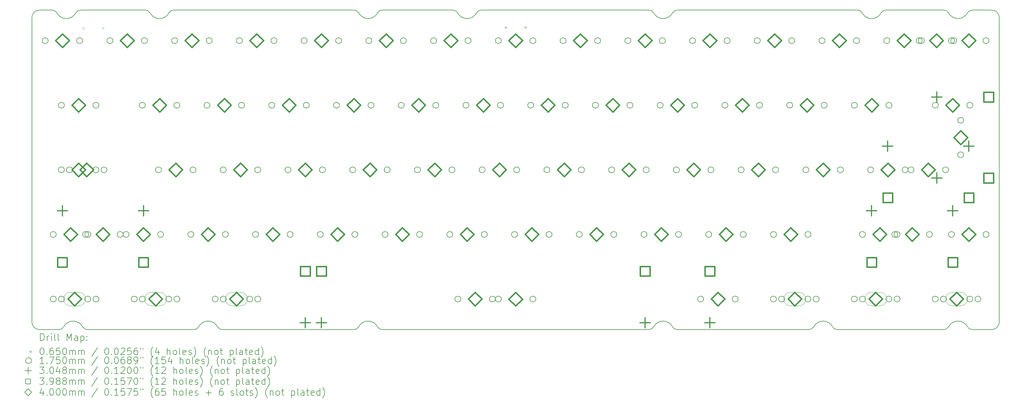
<source format=gbr>
%TF.GenerationSoftware,KiCad,Pcbnew,8.0.4*%
%TF.CreationDate,2024-08-26T00:01:00+02:00*%
%TF.ProjectId,keyboard,6b657962-6f61-4726-942e-6b696361645f,rev?*%
%TF.SameCoordinates,Original*%
%TF.FileFunction,Drillmap*%
%TF.FilePolarity,Positive*%
%FSLAX45Y45*%
G04 Gerber Fmt 4.5, Leading zero omitted, Abs format (unit mm)*
G04 Created by KiCad (PCBNEW 8.0.4) date 2024-08-26 00:01:00*
%MOMM*%
%LPD*%
G01*
G04 APERTURE LIST*
%ADD10C,0.200000*%
%ADD11C,0.100000*%
%ADD12C,0.175000*%
%ADD13C,0.304800*%
%ADD14C,0.398780*%
%ADD15C,0.400000*%
G04 APERTURE END LIST*
D10*
X394307Y819354D02*
G75*
G02*
X-164307Y819354I-279307J145646D01*
G01*
X22104443Y-8439355D02*
G75*
G02*
X21971440Y-8520000I-133003J69355D01*
G01*
X17395693Y-8439354D02*
G75*
G02*
X17262690Y-8519999I-133003J69354D01*
G01*
X23400189Y900000D02*
G75*
G02*
X23533196Y819357I11J-149990D01*
G01*
X27345000Y900000D02*
X26767313Y899978D01*
X17262690Y-8520000D02*
X9407311Y-8520000D01*
X-900000Y675000D02*
X-900000Y-8295000D01*
X27345000Y900000D02*
G75*
G02*
X27570000Y675000I0J-225000D01*
G01*
X-97311Y-8520000D02*
X-675000Y-8520000D01*
X3136807Y819355D02*
G75*
G02*
X2578193Y819355I-279307J145645D01*
G01*
X35693Y-8439354D02*
G75*
G02*
X594307Y-8439355I279307J-145646D01*
G01*
X25942692Y899978D02*
X24224811Y900000D01*
X21971440Y-8520000D02*
X18087311Y-8520000D01*
X8582689Y-8520000D02*
X4698561Y-8520000D01*
X24091807Y819355D02*
G75*
G02*
X23533193Y819355I-279307J145645D01*
G01*
X23400189Y900000D02*
X18087311Y899999D01*
X8715693Y-8439354D02*
G75*
G02*
X9274307Y-8439354I279307J-145646D01*
G01*
X4006943Y-8439355D02*
G75*
G02*
X3873939Y-8520000I-133003J69355D01*
G01*
X8582689Y900000D02*
X3269811Y900000D01*
X25942689Y-8520000D02*
X22796061Y-8520000D01*
X17395693Y-8439354D02*
G75*
G02*
X17954307Y-8439355I279307J-145646D01*
G01*
X8715693Y-8439354D02*
G75*
G02*
X8582689Y-8519999I-133003J69354D01*
G01*
X9407311Y-8520000D02*
G75*
G02*
X9274310Y-8439353I10J150010D01*
G01*
X11493939Y900000D02*
G75*
G02*
X11626948Y819358I1J-150010D01*
G01*
X-675000Y-8520000D02*
G75*
G02*
X-900000Y-8295000I0J225000D01*
G01*
X26075693Y-8439354D02*
G75*
G02*
X25942689Y-8519999I-133003J69354D01*
G01*
X727311Y-8520000D02*
G75*
G02*
X594307Y-8439355I4J150008D01*
G01*
X2445189Y900000D02*
X527311Y900000D01*
X3136807Y819355D02*
G75*
G02*
X3269811Y899999I133003J-69355D01*
G01*
X9274307Y819354D02*
G75*
G02*
X8715693Y819354I-279307J145646D01*
G01*
X25942692Y899978D02*
G75*
G02*
X26075694Y819332I18J-149968D01*
G01*
X24091807Y819355D02*
G75*
G02*
X24224811Y899999I133003J-69355D01*
G01*
X26075693Y-8439354D02*
G75*
G02*
X26634307Y-8439355I279307J-145646D01*
G01*
X2445189Y900000D02*
G75*
G02*
X2578198Y819358I1J-150010D01*
G01*
X4006943Y-8439355D02*
G75*
G02*
X4565557Y-8439355I279307J-145645D01*
G01*
X4698561Y-8520000D02*
G75*
G02*
X4565557Y-8439355I-1J150000D01*
G01*
X11493939Y900000D02*
X9407311Y900000D01*
X18087311Y-8520000D02*
G75*
G02*
X17954302Y-8439357I-1J150010D01*
G01*
X12185557Y819355D02*
G75*
G02*
X12318561Y899999I133003J-69355D01*
G01*
X26767311Y-8520000D02*
G75*
G02*
X26634304Y-8439356I-11J149990D01*
G01*
X9274307Y819354D02*
G75*
G02*
X9407311Y899999I133003J-69354D01*
G01*
X394307Y819354D02*
G75*
G02*
X527311Y899999I133003J-69354D01*
G01*
X17262689Y899999D02*
X12318561Y900000D01*
X35693Y-8439354D02*
G75*
G02*
X-97311Y-8520000I-133004J69355D01*
G01*
X17954307Y819354D02*
G75*
G02*
X18087311Y899999I133003J-69354D01*
G01*
X-900000Y675000D02*
G75*
G02*
X-675000Y900000I225000J0D01*
G01*
X-297311Y900000D02*
X-675000Y900000D01*
X27570000Y-8295000D02*
X27570000Y675000D01*
X17262689Y899999D02*
G75*
G02*
X17395698Y819357I1J-150010D01*
G01*
X22796061Y-8520000D02*
G75*
G02*
X22663057Y-8439355I-1J150000D01*
G01*
X27345000Y-8520000D02*
X26767311Y-8520000D01*
X26634310Y819333D02*
G75*
G02*
X26075691Y819331I-279310J145647D01*
G01*
X-297311Y900000D02*
G75*
G02*
X-164307Y819354I-4J-150008D01*
G01*
X27570000Y-8295000D02*
G75*
G02*
X27345000Y-8520000I-225000J0D01*
G01*
X3873939Y-8520000D02*
X727311Y-8520000D01*
X12185557Y819355D02*
G75*
G02*
X11626943Y819355I-279307J145645D01*
G01*
X26634310Y819333D02*
G75*
G02*
X26767313Y899976I133000J-69353D01*
G01*
X8582689Y900000D02*
G75*
G02*
X8715690Y819353I-9J-150010D01*
G01*
X22104443Y-8439355D02*
G75*
G02*
X22663057Y-8439355I279307J-145645D01*
G01*
X17954307Y819354D02*
G75*
G02*
X17395693Y819354I-279307J145646D01*
G01*
D11*
X583500Y402500D02*
X648500Y337500D01*
X648500Y402500D02*
X583500Y337500D01*
X1161500Y402500D02*
X1226500Y337500D01*
X1226500Y402500D02*
X1161500Y337500D01*
X13013500Y422500D02*
X13078500Y357500D01*
X13078500Y422500D02*
X13013500Y357500D01*
X13591500Y422500D02*
X13656500Y357500D01*
X13656500Y422500D02*
X13591500Y357500D01*
D12*
X-420500Y0D02*
G75*
G02*
X-595500Y0I-87500J0D01*
G01*
X-595500Y0D02*
G75*
G02*
X-420500Y0I87500J0D01*
G01*
X-182500Y-5715000D02*
G75*
G02*
X-357500Y-5715000I-87500J0D01*
G01*
X-357500Y-5715000D02*
G75*
G02*
X-182500Y-5715000I87500J0D01*
G01*
X-182375Y-7620000D02*
G75*
G02*
X-357375Y-7620000I-87500J0D01*
G01*
X-357375Y-7620000D02*
G75*
G02*
X-182375Y-7620000I87500J0D01*
G01*
X55750Y-1905000D02*
G75*
G02*
X-119250Y-1905000I-87500J0D01*
G01*
X-119250Y-1905000D02*
G75*
G02*
X55750Y-1905000I87500J0D01*
G01*
X55750Y-3810000D02*
G75*
G02*
X-119250Y-3810000I-87500J0D01*
G01*
X-119250Y-3810000D02*
G75*
G02*
X55750Y-3810000I87500J0D01*
G01*
X57625Y-7620000D02*
G75*
G02*
X-117375Y-7620000I-87500J0D01*
G01*
X-117375Y-7620000D02*
G75*
G02*
X57625Y-7620000I87500J0D01*
G01*
X293875Y-3810000D02*
G75*
G02*
X118875Y-3810000I-87500J0D01*
G01*
X118875Y-3810000D02*
G75*
G02*
X293875Y-3810000I87500J0D01*
G01*
X595500Y0D02*
G75*
G02*
X420500Y0I-87500J0D01*
G01*
X420500Y0D02*
G75*
G02*
X595500Y0I87500J0D01*
G01*
X770125Y-5715000D02*
G75*
G02*
X595125Y-5715000I-87500J0D01*
G01*
X595125Y-5715000D02*
G75*
G02*
X770125Y-5715000I87500J0D01*
G01*
X833500Y-5715000D02*
G75*
G02*
X658500Y-5715000I-87500J0D01*
G01*
X658500Y-5715000D02*
G75*
G02*
X833500Y-5715000I87500J0D01*
G01*
X833625Y-7620000D02*
G75*
G02*
X658625Y-7620000I-87500J0D01*
G01*
X658625Y-7620000D02*
G75*
G02*
X833625Y-7620000I87500J0D01*
G01*
X1071750Y-1905000D02*
G75*
G02*
X896750Y-1905000I-87500J0D01*
G01*
X896750Y-1905000D02*
G75*
G02*
X1071750Y-1905000I87500J0D01*
G01*
X1071750Y-3810000D02*
G75*
G02*
X896750Y-3810000I-87500J0D01*
G01*
X896750Y-3810000D02*
G75*
G02*
X1071750Y-3810000I87500J0D01*
G01*
X1073625Y-7620000D02*
G75*
G02*
X898625Y-7620000I-87500J0D01*
G01*
X898625Y-7620000D02*
G75*
G02*
X1073625Y-7620000I87500J0D01*
G01*
X1309875Y-3810000D02*
G75*
G02*
X1134875Y-3810000I-87500J0D01*
G01*
X1134875Y-3810000D02*
G75*
G02*
X1309875Y-3810000I87500J0D01*
G01*
X1484500Y0D02*
G75*
G02*
X1309500Y0I-87500J0D01*
G01*
X1309500Y0D02*
G75*
G02*
X1484500Y0I87500J0D01*
G01*
X1786125Y-5715000D02*
G75*
G02*
X1611125Y-5715000I-87500J0D01*
G01*
X1611125Y-5715000D02*
G75*
G02*
X1786125Y-5715000I87500J0D01*
G01*
X1959500Y-5715000D02*
G75*
G02*
X1784500Y-5715000I-87500J0D01*
G01*
X1784500Y-5715000D02*
G75*
G02*
X1959500Y-5715000I87500J0D01*
G01*
X2199500Y-7620000D02*
G75*
G02*
X2024500Y-7620000I-87500J0D01*
G01*
X2024500Y-7620000D02*
G75*
G02*
X2199500Y-7620000I87500J0D01*
G01*
X2437000Y-1905000D02*
G75*
G02*
X2262000Y-1905000I-87500J0D01*
G01*
X2262000Y-1905000D02*
G75*
G02*
X2437000Y-1905000I87500J0D01*
G01*
X2439500Y-7620000D02*
G75*
G02*
X2264500Y-7620000I-87500J0D01*
G01*
X2264500Y-7620000D02*
G75*
G02*
X2439500Y-7620000I87500J0D01*
G01*
X2500500Y0D02*
G75*
G02*
X2325500Y0I-87500J0D01*
G01*
X2325500Y0D02*
G75*
G02*
X2500500Y0I87500J0D01*
G01*
X2913250Y-3810000D02*
G75*
G02*
X2738250Y-3810000I-87500J0D01*
G01*
X2738250Y-3810000D02*
G75*
G02*
X2913250Y-3810000I87500J0D01*
G01*
X2975500Y-5715000D02*
G75*
G02*
X2800500Y-5715000I-87500J0D01*
G01*
X2800500Y-5715000D02*
G75*
G02*
X2975500Y-5715000I87500J0D01*
G01*
X3215500Y-7620000D02*
G75*
G02*
X3040500Y-7620000I-87500J0D01*
G01*
X3040500Y-7620000D02*
G75*
G02*
X3215500Y-7620000I87500J0D01*
G01*
X3389500Y0D02*
G75*
G02*
X3214500Y0I-87500J0D01*
G01*
X3214500Y0D02*
G75*
G02*
X3389500Y0I87500J0D01*
G01*
X3453000Y-1905000D02*
G75*
G02*
X3278000Y-1905000I-87500J0D01*
G01*
X3278000Y-1905000D02*
G75*
G02*
X3453000Y-1905000I87500J0D01*
G01*
X3455500Y-7620000D02*
G75*
G02*
X3280500Y-7620000I-87500J0D01*
G01*
X3280500Y-7620000D02*
G75*
G02*
X3455500Y-7620000I87500J0D01*
G01*
X3865750Y-5715000D02*
G75*
G02*
X3690750Y-5715000I-87500J0D01*
G01*
X3690750Y-5715000D02*
G75*
G02*
X3865750Y-5715000I87500J0D01*
G01*
X3929250Y-3810000D02*
G75*
G02*
X3754250Y-3810000I-87500J0D01*
G01*
X3754250Y-3810000D02*
G75*
G02*
X3929250Y-3810000I87500J0D01*
G01*
X4342000Y-1905000D02*
G75*
G02*
X4167000Y-1905000I-87500J0D01*
G01*
X4167000Y-1905000D02*
G75*
G02*
X4342000Y-1905000I87500J0D01*
G01*
X4405500Y0D02*
G75*
G02*
X4230500Y0I-87500J0D01*
G01*
X4230500Y0D02*
G75*
G02*
X4405500Y0I87500J0D01*
G01*
X4580125Y-7620000D02*
G75*
G02*
X4405125Y-7620000I-87500J0D01*
G01*
X4405125Y-7620000D02*
G75*
G02*
X4580125Y-7620000I87500J0D01*
G01*
X4818250Y-3810000D02*
G75*
G02*
X4643250Y-3810000I-87500J0D01*
G01*
X4643250Y-3810000D02*
G75*
G02*
X4818250Y-3810000I87500J0D01*
G01*
X4820125Y-7620000D02*
G75*
G02*
X4645125Y-7620000I-87500J0D01*
G01*
X4645125Y-7620000D02*
G75*
G02*
X4820125Y-7620000I87500J0D01*
G01*
X4881750Y-5715000D02*
G75*
G02*
X4706750Y-5715000I-87500J0D01*
G01*
X4706750Y-5715000D02*
G75*
G02*
X4881750Y-5715000I87500J0D01*
G01*
X5294500Y0D02*
G75*
G02*
X5119500Y0I-87500J0D01*
G01*
X5119500Y0D02*
G75*
G02*
X5294500Y0I87500J0D01*
G01*
X5358000Y-1905000D02*
G75*
G02*
X5183000Y-1905000I-87500J0D01*
G01*
X5183000Y-1905000D02*
G75*
G02*
X5358000Y-1905000I87500J0D01*
G01*
X5596125Y-7620000D02*
G75*
G02*
X5421125Y-7620000I-87500J0D01*
G01*
X5421125Y-7620000D02*
G75*
G02*
X5596125Y-7620000I87500J0D01*
G01*
X5770750Y-5715000D02*
G75*
G02*
X5595750Y-5715000I-87500J0D01*
G01*
X5595750Y-5715000D02*
G75*
G02*
X5770750Y-5715000I87500J0D01*
G01*
X5834250Y-3810000D02*
G75*
G02*
X5659250Y-3810000I-87500J0D01*
G01*
X5659250Y-3810000D02*
G75*
G02*
X5834250Y-3810000I87500J0D01*
G01*
X5836125Y-7620000D02*
G75*
G02*
X5661125Y-7620000I-87500J0D01*
G01*
X5661125Y-7620000D02*
G75*
G02*
X5836125Y-7620000I87500J0D01*
G01*
X6247000Y-1905000D02*
G75*
G02*
X6072000Y-1905000I-87500J0D01*
G01*
X6072000Y-1905000D02*
G75*
G02*
X6247000Y-1905000I87500J0D01*
G01*
X6310500Y0D02*
G75*
G02*
X6135500Y0I-87500J0D01*
G01*
X6135500Y0D02*
G75*
G02*
X6310500Y0I87500J0D01*
G01*
X6723250Y-3810000D02*
G75*
G02*
X6548250Y-3810000I-87500J0D01*
G01*
X6548250Y-3810000D02*
G75*
G02*
X6723250Y-3810000I87500J0D01*
G01*
X6786750Y-5715000D02*
G75*
G02*
X6611750Y-5715000I-87500J0D01*
G01*
X6611750Y-5715000D02*
G75*
G02*
X6786750Y-5715000I87500J0D01*
G01*
X7199500Y0D02*
G75*
G02*
X7024500Y0I-87500J0D01*
G01*
X7024500Y0D02*
G75*
G02*
X7199500Y0I87500J0D01*
G01*
X7263000Y-1905000D02*
G75*
G02*
X7088000Y-1905000I-87500J0D01*
G01*
X7088000Y-1905000D02*
G75*
G02*
X7263000Y-1905000I87500J0D01*
G01*
X7675750Y-5715000D02*
G75*
G02*
X7500750Y-5715000I-87500J0D01*
G01*
X7500750Y-5715000D02*
G75*
G02*
X7675750Y-5715000I87500J0D01*
G01*
X7739250Y-3810000D02*
G75*
G02*
X7564250Y-3810000I-87500J0D01*
G01*
X7564250Y-3810000D02*
G75*
G02*
X7739250Y-3810000I87500J0D01*
G01*
X8152000Y-1905000D02*
G75*
G02*
X7977000Y-1905000I-87500J0D01*
G01*
X7977000Y-1905000D02*
G75*
G02*
X8152000Y-1905000I87500J0D01*
G01*
X8215500Y0D02*
G75*
G02*
X8040500Y0I-87500J0D01*
G01*
X8040500Y0D02*
G75*
G02*
X8215500Y0I87500J0D01*
G01*
X8628250Y-3810000D02*
G75*
G02*
X8453250Y-3810000I-87500J0D01*
G01*
X8453250Y-3810000D02*
G75*
G02*
X8628250Y-3810000I87500J0D01*
G01*
X8691750Y-5715000D02*
G75*
G02*
X8516750Y-5715000I-87500J0D01*
G01*
X8516750Y-5715000D02*
G75*
G02*
X8691750Y-5715000I87500J0D01*
G01*
X9104500Y0D02*
G75*
G02*
X8929500Y0I-87500J0D01*
G01*
X8929500Y0D02*
G75*
G02*
X9104500Y0I87500J0D01*
G01*
X9168000Y-1905000D02*
G75*
G02*
X8993000Y-1905000I-87500J0D01*
G01*
X8993000Y-1905000D02*
G75*
G02*
X9168000Y-1905000I87500J0D01*
G01*
X9580750Y-5715000D02*
G75*
G02*
X9405750Y-5715000I-87500J0D01*
G01*
X9405750Y-5715000D02*
G75*
G02*
X9580750Y-5715000I87500J0D01*
G01*
X9644250Y-3810000D02*
G75*
G02*
X9469250Y-3810000I-87500J0D01*
G01*
X9469250Y-3810000D02*
G75*
G02*
X9644250Y-3810000I87500J0D01*
G01*
X10057000Y-1905000D02*
G75*
G02*
X9882000Y-1905000I-87500J0D01*
G01*
X9882000Y-1905000D02*
G75*
G02*
X10057000Y-1905000I87500J0D01*
G01*
X10120500Y0D02*
G75*
G02*
X9945500Y0I-87500J0D01*
G01*
X9945500Y0D02*
G75*
G02*
X10120500Y0I87500J0D01*
G01*
X10533250Y-3810000D02*
G75*
G02*
X10358250Y-3810000I-87500J0D01*
G01*
X10358250Y-3810000D02*
G75*
G02*
X10533250Y-3810000I87500J0D01*
G01*
X10596750Y-5715000D02*
G75*
G02*
X10421750Y-5715000I-87500J0D01*
G01*
X10421750Y-5715000D02*
G75*
G02*
X10596750Y-5715000I87500J0D01*
G01*
X11009500Y0D02*
G75*
G02*
X10834500Y0I-87500J0D01*
G01*
X10834500Y0D02*
G75*
G02*
X11009500Y0I87500J0D01*
G01*
X11073000Y-1905000D02*
G75*
G02*
X10898000Y-1905000I-87500J0D01*
G01*
X10898000Y-1905000D02*
G75*
G02*
X11073000Y-1905000I87500J0D01*
G01*
X11485750Y-5715000D02*
G75*
G02*
X11310750Y-5715000I-87500J0D01*
G01*
X11310750Y-5715000D02*
G75*
G02*
X11485750Y-5715000I87500J0D01*
G01*
X11549250Y-3810000D02*
G75*
G02*
X11374250Y-3810000I-87500J0D01*
G01*
X11374250Y-3810000D02*
G75*
G02*
X11549250Y-3810000I87500J0D01*
G01*
X11723875Y-7620000D02*
G75*
G02*
X11548875Y-7620000I-87500J0D01*
G01*
X11548875Y-7620000D02*
G75*
G02*
X11723875Y-7620000I87500J0D01*
G01*
X11962000Y-1905000D02*
G75*
G02*
X11787000Y-1905000I-87500J0D01*
G01*
X11787000Y-1905000D02*
G75*
G02*
X11962000Y-1905000I87500J0D01*
G01*
X12025500Y0D02*
G75*
G02*
X11850500Y0I-87500J0D01*
G01*
X11850500Y0D02*
G75*
G02*
X12025500Y0I87500J0D01*
G01*
X12438250Y-3810000D02*
G75*
G02*
X12263250Y-3810000I-87500J0D01*
G01*
X12263250Y-3810000D02*
G75*
G02*
X12438250Y-3810000I87500J0D01*
G01*
X12501750Y-5715000D02*
G75*
G02*
X12326750Y-5715000I-87500J0D01*
G01*
X12326750Y-5715000D02*
G75*
G02*
X12501750Y-5715000I87500J0D01*
G01*
X12739875Y-7620000D02*
G75*
G02*
X12564875Y-7620000I-87500J0D01*
G01*
X12564875Y-7620000D02*
G75*
G02*
X12739875Y-7620000I87500J0D01*
G01*
X12914500Y0D02*
G75*
G02*
X12739500Y0I-87500J0D01*
G01*
X12739500Y0D02*
G75*
G02*
X12914500Y0I87500J0D01*
G01*
X12914500Y-7620127D02*
G75*
G02*
X12739500Y-7620127I-87500J0D01*
G01*
X12739500Y-7620127D02*
G75*
G02*
X12914500Y-7620127I87500J0D01*
G01*
X12978000Y-1905000D02*
G75*
G02*
X12803000Y-1905000I-87500J0D01*
G01*
X12803000Y-1905000D02*
G75*
G02*
X12978000Y-1905000I87500J0D01*
G01*
X13390750Y-5715000D02*
G75*
G02*
X13215750Y-5715000I-87500J0D01*
G01*
X13215750Y-5715000D02*
G75*
G02*
X13390750Y-5715000I87500J0D01*
G01*
X13454250Y-3810000D02*
G75*
G02*
X13279250Y-3810000I-87500J0D01*
G01*
X13279250Y-3810000D02*
G75*
G02*
X13454250Y-3810000I87500J0D01*
G01*
X13867000Y-1905000D02*
G75*
G02*
X13692000Y-1905000I-87500J0D01*
G01*
X13692000Y-1905000D02*
G75*
G02*
X13867000Y-1905000I87500J0D01*
G01*
X13930500Y0D02*
G75*
G02*
X13755500Y0I-87500J0D01*
G01*
X13755500Y0D02*
G75*
G02*
X13930500Y0I87500J0D01*
G01*
X13930500Y-7620127D02*
G75*
G02*
X13755500Y-7620127I-87500J0D01*
G01*
X13755500Y-7620127D02*
G75*
G02*
X13930500Y-7620127I87500J0D01*
G01*
X14343250Y-3810000D02*
G75*
G02*
X14168250Y-3810000I-87500J0D01*
G01*
X14168250Y-3810000D02*
G75*
G02*
X14343250Y-3810000I87500J0D01*
G01*
X14406750Y-5715000D02*
G75*
G02*
X14231750Y-5715000I-87500J0D01*
G01*
X14231750Y-5715000D02*
G75*
G02*
X14406750Y-5715000I87500J0D01*
G01*
X14819500Y0D02*
G75*
G02*
X14644500Y0I-87500J0D01*
G01*
X14644500Y0D02*
G75*
G02*
X14819500Y0I87500J0D01*
G01*
X14883000Y-1905000D02*
G75*
G02*
X14708000Y-1905000I-87500J0D01*
G01*
X14708000Y-1905000D02*
G75*
G02*
X14883000Y-1905000I87500J0D01*
G01*
X15295750Y-5715000D02*
G75*
G02*
X15120750Y-5715000I-87500J0D01*
G01*
X15120750Y-5715000D02*
G75*
G02*
X15295750Y-5715000I87500J0D01*
G01*
X15359250Y-3810000D02*
G75*
G02*
X15184250Y-3810000I-87500J0D01*
G01*
X15184250Y-3810000D02*
G75*
G02*
X15359250Y-3810000I87500J0D01*
G01*
X15772000Y-1905000D02*
G75*
G02*
X15597000Y-1905000I-87500J0D01*
G01*
X15597000Y-1905000D02*
G75*
G02*
X15772000Y-1905000I87500J0D01*
G01*
X15835500Y0D02*
G75*
G02*
X15660500Y0I-87500J0D01*
G01*
X15660500Y0D02*
G75*
G02*
X15835500Y0I87500J0D01*
G01*
X16248250Y-3810000D02*
G75*
G02*
X16073250Y-3810000I-87500J0D01*
G01*
X16073250Y-3810000D02*
G75*
G02*
X16248250Y-3810000I87500J0D01*
G01*
X16311750Y-5715000D02*
G75*
G02*
X16136750Y-5715000I-87500J0D01*
G01*
X16136750Y-5715000D02*
G75*
G02*
X16311750Y-5715000I87500J0D01*
G01*
X16724500Y0D02*
G75*
G02*
X16549500Y0I-87500J0D01*
G01*
X16549500Y0D02*
G75*
G02*
X16724500Y0I87500J0D01*
G01*
X16788000Y-1905000D02*
G75*
G02*
X16613000Y-1905000I-87500J0D01*
G01*
X16613000Y-1905000D02*
G75*
G02*
X16788000Y-1905000I87500J0D01*
G01*
X17200750Y-5715000D02*
G75*
G02*
X17025750Y-5715000I-87500J0D01*
G01*
X17025750Y-5715000D02*
G75*
G02*
X17200750Y-5715000I87500J0D01*
G01*
X17264250Y-3810000D02*
G75*
G02*
X17089250Y-3810000I-87500J0D01*
G01*
X17089250Y-3810000D02*
G75*
G02*
X17264250Y-3810000I87500J0D01*
G01*
X17677000Y-1905000D02*
G75*
G02*
X17502000Y-1905000I-87500J0D01*
G01*
X17502000Y-1905000D02*
G75*
G02*
X17677000Y-1905000I87500J0D01*
G01*
X17740500Y0D02*
G75*
G02*
X17565500Y0I-87500J0D01*
G01*
X17565500Y0D02*
G75*
G02*
X17740500Y0I87500J0D01*
G01*
X18153250Y-3810000D02*
G75*
G02*
X17978250Y-3810000I-87500J0D01*
G01*
X17978250Y-3810000D02*
G75*
G02*
X18153250Y-3810000I87500J0D01*
G01*
X18216750Y-5715000D02*
G75*
G02*
X18041750Y-5715000I-87500J0D01*
G01*
X18041750Y-5715000D02*
G75*
G02*
X18216750Y-5715000I87500J0D01*
G01*
X18629500Y0D02*
G75*
G02*
X18454500Y0I-87500J0D01*
G01*
X18454500Y0D02*
G75*
G02*
X18629500Y0I87500J0D01*
G01*
X18693000Y-1905000D02*
G75*
G02*
X18518000Y-1905000I-87500J0D01*
G01*
X18518000Y-1905000D02*
G75*
G02*
X18693000Y-1905000I87500J0D01*
G01*
X18867625Y-7620000D02*
G75*
G02*
X18692625Y-7620000I-87500J0D01*
G01*
X18692625Y-7620000D02*
G75*
G02*
X18867625Y-7620000I87500J0D01*
G01*
X19105750Y-5715000D02*
G75*
G02*
X18930750Y-5715000I-87500J0D01*
G01*
X18930750Y-5715000D02*
G75*
G02*
X19105750Y-5715000I87500J0D01*
G01*
X19169250Y-3810000D02*
G75*
G02*
X18994250Y-3810000I-87500J0D01*
G01*
X18994250Y-3810000D02*
G75*
G02*
X19169250Y-3810000I87500J0D01*
G01*
X19582000Y-1905000D02*
G75*
G02*
X19407000Y-1905000I-87500J0D01*
G01*
X19407000Y-1905000D02*
G75*
G02*
X19582000Y-1905000I87500J0D01*
G01*
X19645500Y0D02*
G75*
G02*
X19470500Y0I-87500J0D01*
G01*
X19470500Y0D02*
G75*
G02*
X19645500Y0I87500J0D01*
G01*
X19883625Y-7620000D02*
G75*
G02*
X19708625Y-7620000I-87500J0D01*
G01*
X19708625Y-7620000D02*
G75*
G02*
X19883625Y-7620000I87500J0D01*
G01*
X20058250Y-3810000D02*
G75*
G02*
X19883250Y-3810000I-87500J0D01*
G01*
X19883250Y-3810000D02*
G75*
G02*
X20058250Y-3810000I87500J0D01*
G01*
X20121750Y-5715000D02*
G75*
G02*
X19946750Y-5715000I-87500J0D01*
G01*
X19946750Y-5715000D02*
G75*
G02*
X20121750Y-5715000I87500J0D01*
G01*
X20534500Y0D02*
G75*
G02*
X20359500Y0I-87500J0D01*
G01*
X20359500Y0D02*
G75*
G02*
X20534500Y0I87500J0D01*
G01*
X20598000Y-1905000D02*
G75*
G02*
X20423000Y-1905000I-87500J0D01*
G01*
X20423000Y-1905000D02*
G75*
G02*
X20598000Y-1905000I87500J0D01*
G01*
X21008875Y-7620000D02*
G75*
G02*
X20833875Y-7620000I-87500J0D01*
G01*
X20833875Y-7620000D02*
G75*
G02*
X21008875Y-7620000I87500J0D01*
G01*
X21010750Y-5715000D02*
G75*
G02*
X20835750Y-5715000I-87500J0D01*
G01*
X20835750Y-5715000D02*
G75*
G02*
X21010750Y-5715000I87500J0D01*
G01*
X21074250Y-3810000D02*
G75*
G02*
X20899250Y-3810000I-87500J0D01*
G01*
X20899250Y-3810000D02*
G75*
G02*
X21074250Y-3810000I87500J0D01*
G01*
X21248875Y-7620000D02*
G75*
G02*
X21073875Y-7620000I-87500J0D01*
G01*
X21073875Y-7620000D02*
G75*
G02*
X21248875Y-7620000I87500J0D01*
G01*
X21487000Y-1905000D02*
G75*
G02*
X21312000Y-1905000I-87500J0D01*
G01*
X21312000Y-1905000D02*
G75*
G02*
X21487000Y-1905000I87500J0D01*
G01*
X21550500Y0D02*
G75*
G02*
X21375500Y0I-87500J0D01*
G01*
X21375500Y0D02*
G75*
G02*
X21550500Y0I87500J0D01*
G01*
X21963250Y-3810000D02*
G75*
G02*
X21788250Y-3810000I-87500J0D01*
G01*
X21788250Y-3810000D02*
G75*
G02*
X21963250Y-3810000I87500J0D01*
G01*
X22024875Y-7620000D02*
G75*
G02*
X21849875Y-7620000I-87500J0D01*
G01*
X21849875Y-7620000D02*
G75*
G02*
X22024875Y-7620000I87500J0D01*
G01*
X22026750Y-5715000D02*
G75*
G02*
X21851750Y-5715000I-87500J0D01*
G01*
X21851750Y-5715000D02*
G75*
G02*
X22026750Y-5715000I87500J0D01*
G01*
X22264875Y-7620000D02*
G75*
G02*
X22089875Y-7620000I-87500J0D01*
G01*
X22089875Y-7620000D02*
G75*
G02*
X22264875Y-7620000I87500J0D01*
G01*
X22439500Y0D02*
G75*
G02*
X22264500Y0I-87500J0D01*
G01*
X22264500Y0D02*
G75*
G02*
X22439500Y0I87500J0D01*
G01*
X22503000Y-1905000D02*
G75*
G02*
X22328000Y-1905000I-87500J0D01*
G01*
X22328000Y-1905000D02*
G75*
G02*
X22503000Y-1905000I87500J0D01*
G01*
X22979250Y-3810000D02*
G75*
G02*
X22804250Y-3810000I-87500J0D01*
G01*
X22804250Y-3810000D02*
G75*
G02*
X22979250Y-3810000I87500J0D01*
G01*
X23390125Y-7620000D02*
G75*
G02*
X23215125Y-7620000I-87500J0D01*
G01*
X23215125Y-7620000D02*
G75*
G02*
X23390125Y-7620000I87500J0D01*
G01*
X23392000Y-1905000D02*
G75*
G02*
X23217000Y-1905000I-87500J0D01*
G01*
X23217000Y-1905000D02*
G75*
G02*
X23392000Y-1905000I87500J0D01*
G01*
X23455500Y0D02*
G75*
G02*
X23280500Y0I-87500J0D01*
G01*
X23280500Y0D02*
G75*
G02*
X23455500Y0I87500J0D01*
G01*
X23629500Y-5715000D02*
G75*
G02*
X23454500Y-5715000I-87500J0D01*
G01*
X23454500Y-5715000D02*
G75*
G02*
X23629500Y-5715000I87500J0D01*
G01*
X23630125Y-7620000D02*
G75*
G02*
X23455125Y-7620000I-87500J0D01*
G01*
X23455125Y-7620000D02*
G75*
G02*
X23630125Y-7620000I87500J0D01*
G01*
X23869500Y-3810000D02*
G75*
G02*
X23694500Y-3810000I-87500J0D01*
G01*
X23694500Y-3810000D02*
G75*
G02*
X23869500Y-3810000I87500J0D01*
G01*
X24344500Y0D02*
G75*
G02*
X24169500Y0I-87500J0D01*
G01*
X24169500Y0D02*
G75*
G02*
X24344500Y0I87500J0D01*
G01*
X24406125Y-7620000D02*
G75*
G02*
X24231125Y-7620000I-87500J0D01*
G01*
X24231125Y-7620000D02*
G75*
G02*
X24406125Y-7620000I87500J0D01*
G01*
X24408000Y-1905000D02*
G75*
G02*
X24233000Y-1905000I-87500J0D01*
G01*
X24233000Y-1905000D02*
G75*
G02*
X24408000Y-1905000I87500J0D01*
G01*
X24582625Y-5715000D02*
G75*
G02*
X24407625Y-5715000I-87500J0D01*
G01*
X24407625Y-5715000D02*
G75*
G02*
X24582625Y-5715000I87500J0D01*
G01*
X24645500Y-5715000D02*
G75*
G02*
X24470500Y-5715000I-87500J0D01*
G01*
X24470500Y-5715000D02*
G75*
G02*
X24645500Y-5715000I87500J0D01*
G01*
X24646125Y-7620000D02*
G75*
G02*
X24471125Y-7620000I-87500J0D01*
G01*
X24471125Y-7620000D02*
G75*
G02*
X24646125Y-7620000I87500J0D01*
G01*
X24885500Y-3810000D02*
G75*
G02*
X24710500Y-3810000I-87500J0D01*
G01*
X24710500Y-3810000D02*
G75*
G02*
X24885500Y-3810000I87500J0D01*
G01*
X25058875Y-3810000D02*
G75*
G02*
X24883875Y-3810000I-87500J0D01*
G01*
X24883875Y-3810000D02*
G75*
G02*
X25058875Y-3810000I87500J0D01*
G01*
X25299500Y0D02*
G75*
G02*
X25124500Y0I-87500J0D01*
G01*
X25124500Y0D02*
G75*
G02*
X25299500Y0I87500J0D01*
G01*
X25360500Y0D02*
G75*
G02*
X25185500Y0I-87500J0D01*
G01*
X25185500Y0D02*
G75*
G02*
X25360500Y0I87500J0D01*
G01*
X25598625Y-5715000D02*
G75*
G02*
X25423625Y-5715000I-87500J0D01*
G01*
X25423625Y-5715000D02*
G75*
G02*
X25598625Y-5715000I87500J0D01*
G01*
X25771375Y-7620000D02*
G75*
G02*
X25596375Y-7620000I-87500J0D01*
G01*
X25596375Y-7620000D02*
G75*
G02*
X25771375Y-7620000I87500J0D01*
G01*
X25773250Y-1905000D02*
G75*
G02*
X25598250Y-1905000I-87500J0D01*
G01*
X25598250Y-1905000D02*
G75*
G02*
X25773250Y-1905000I87500J0D01*
G01*
X26011375Y-7620000D02*
G75*
G02*
X25836375Y-7620000I-87500J0D01*
G01*
X25836375Y-7620000D02*
G75*
G02*
X26011375Y-7620000I87500J0D01*
G01*
X26074875Y-3810000D02*
G75*
G02*
X25899875Y-3810000I-87500J0D01*
G01*
X25899875Y-3810000D02*
G75*
G02*
X26074875Y-3810000I87500J0D01*
G01*
X26249500Y0D02*
G75*
G02*
X26074500Y0I-87500J0D01*
G01*
X26074500Y0D02*
G75*
G02*
X26249500Y0I87500J0D01*
G01*
X26249500Y-5715000D02*
G75*
G02*
X26074500Y-5715000I-87500J0D01*
G01*
X26074500Y-5715000D02*
G75*
G02*
X26249500Y-5715000I87500J0D01*
G01*
X26315500Y0D02*
G75*
G02*
X26140500Y0I-87500J0D01*
G01*
X26140500Y0D02*
G75*
G02*
X26315500Y0I87500J0D01*
G01*
X26519500Y-2349000D02*
G75*
G02*
X26344500Y-2349000I-87500J0D01*
G01*
X26344500Y-2349000D02*
G75*
G02*
X26519500Y-2349000I87500J0D01*
G01*
X26519500Y-3365000D02*
G75*
G02*
X26344500Y-3365000I-87500J0D01*
G01*
X26344500Y-3365000D02*
G75*
G02*
X26519500Y-3365000I87500J0D01*
G01*
X26787375Y-7620000D02*
G75*
G02*
X26612375Y-7620000I-87500J0D01*
G01*
X26612375Y-7620000D02*
G75*
G02*
X26787375Y-7620000I87500J0D01*
G01*
X26789250Y-1905000D02*
G75*
G02*
X26614250Y-1905000I-87500J0D01*
G01*
X26614250Y-1905000D02*
G75*
G02*
X26789250Y-1905000I87500J0D01*
G01*
X27027375Y-7620000D02*
G75*
G02*
X26852375Y-7620000I-87500J0D01*
G01*
X26852375Y-7620000D02*
G75*
G02*
X27027375Y-7620000I87500J0D01*
G01*
X27265500Y0D02*
G75*
G02*
X27090500Y0I-87500J0D01*
G01*
X27090500Y0D02*
G75*
G02*
X27265500Y0I87500J0D01*
G01*
X27265500Y-5715000D02*
G75*
G02*
X27090500Y-5715000I-87500J0D01*
G01*
X27090500Y-5715000D02*
G75*
G02*
X27265500Y-5715000I87500J0D01*
G01*
D13*
X-3175Y-4864100D02*
X-3175Y-5168900D01*
X-155575Y-5016500D02*
X149225Y-5016500D01*
X2384425Y-4864100D02*
X2384425Y-5168900D01*
X2232025Y-5016500D02*
X2536825Y-5016500D01*
X7144375Y-8166100D02*
X7144375Y-8470900D01*
X6991975Y-8318500D02*
X7296775Y-8318500D01*
X7620000Y-8166227D02*
X7620000Y-8471027D01*
X7467600Y-8318627D02*
X7772400Y-8318627D01*
X17144375Y-8166100D02*
X17144375Y-8470900D01*
X16991975Y-8318500D02*
X17296775Y-8318500D01*
X19050000Y-8166227D02*
X19050000Y-8471027D01*
X18897600Y-8318627D02*
X19202400Y-8318627D01*
X23809325Y-4863605D02*
X23809325Y-5168405D01*
X23656925Y-5016005D02*
X23961725Y-5016005D01*
X24285575Y-2959100D02*
X24285575Y-3263900D01*
X24133175Y-3111500D02*
X24437975Y-3111500D01*
X25733500Y-1510800D02*
X25733500Y-1815600D01*
X25581100Y-1663200D02*
X25885900Y-1663200D01*
X25733500Y-3898400D02*
X25733500Y-4203200D01*
X25581100Y-4050800D02*
X25885900Y-4050800D01*
X26196925Y-4863605D02*
X26196925Y-5168405D01*
X26044525Y-5016005D02*
X26349325Y-5016005D01*
X26673175Y-2959100D02*
X26673175Y-3263900D01*
X26520775Y-3111500D02*
X26825575Y-3111500D01*
D14*
X137816Y-6678491D02*
X137816Y-6396509D01*
X-144166Y-6396509D01*
X-144166Y-6678491D01*
X137816Y-6678491D01*
X2525416Y-6678491D02*
X2525416Y-6396509D01*
X2243434Y-6396509D01*
X2243434Y-6678491D01*
X2525416Y-6678491D01*
X7285366Y-6938491D02*
X7285366Y-6656509D01*
X7003384Y-6656509D01*
X7003384Y-6938491D01*
X7285366Y-6938491D01*
X7760991Y-6938618D02*
X7760991Y-6656636D01*
X7479009Y-6656636D01*
X7479009Y-6938618D01*
X7760991Y-6938618D01*
X17285366Y-6938491D02*
X17285366Y-6656509D01*
X17003384Y-6656509D01*
X17003384Y-6938491D01*
X17285366Y-6938491D01*
X19190991Y-6938618D02*
X19190991Y-6656636D01*
X18909009Y-6656636D01*
X18909009Y-6938618D01*
X19190991Y-6938618D01*
X23950316Y-6677996D02*
X23950316Y-6396014D01*
X23668334Y-6396014D01*
X23668334Y-6677996D01*
X23950316Y-6677996D01*
X24426566Y-4773491D02*
X24426566Y-4491509D01*
X24144584Y-4491509D01*
X24144584Y-4773491D01*
X24426566Y-4773491D01*
X26337916Y-6677996D02*
X26337916Y-6396014D01*
X26055934Y-6396014D01*
X26055934Y-6677996D01*
X26337916Y-6677996D01*
X26814166Y-4773491D02*
X26814166Y-4491509D01*
X26532184Y-4491509D01*
X26532184Y-4773491D01*
X26814166Y-4773491D01*
X27395491Y-1804191D02*
X27395491Y-1522209D01*
X27113509Y-1522209D01*
X27113509Y-1804191D01*
X27395491Y-1804191D01*
X27395491Y-4191791D02*
X27395491Y-3909809D01*
X27113509Y-3909809D01*
X27113509Y-4191791D01*
X27395491Y-4191791D01*
D15*
X0Y-200000D02*
X200000Y0D01*
X0Y200000D01*
X-200000Y0D01*
X0Y-200000D01*
X238000Y-5915000D02*
X438000Y-5715000D01*
X238000Y-5515000D01*
X38000Y-5715000D01*
X238000Y-5915000D01*
X358125Y-7820000D02*
X558125Y-7620000D01*
X358125Y-7420000D01*
X158125Y-7620000D01*
X358125Y-7820000D01*
D11*
X238125Y-7820000D02*
X478125Y-7820000D01*
X478125Y-7420000D02*
G75*
G02*
X478125Y-7820000I0J-200000D01*
G01*
X478125Y-7420000D02*
X238125Y-7420000D01*
X238125Y-7420000D02*
G75*
G03*
X238125Y-7820000I0J-200000D01*
G01*
D15*
X476250Y-2105000D02*
X676250Y-1905000D01*
X476250Y-1705000D01*
X276250Y-1905000D01*
X476250Y-2105000D01*
X476250Y-4010000D02*
X676250Y-3810000D01*
X476250Y-3610000D01*
X276250Y-3810000D01*
X476250Y-4010000D01*
X714375Y-4010000D02*
X914375Y-3810000D01*
X714375Y-3610000D01*
X514375Y-3810000D01*
X714375Y-4010000D01*
X1190625Y-5915000D02*
X1390625Y-5715000D01*
X1190625Y-5515000D01*
X990625Y-5715000D01*
X1190625Y-5915000D01*
X1905000Y-200000D02*
X2105000Y0D01*
X1905000Y200000D01*
X1705000Y0D01*
X1905000Y-200000D01*
X2380000Y-5915000D02*
X2580000Y-5715000D01*
X2380000Y-5515000D01*
X2180000Y-5715000D01*
X2380000Y-5915000D01*
X2740000Y-7820000D02*
X2940000Y-7620000D01*
X2740000Y-7420000D01*
X2540000Y-7620000D01*
X2740000Y-7820000D01*
D11*
X2620000Y-7820000D02*
X2860000Y-7820000D01*
X2860000Y-7420000D02*
G75*
G02*
X2860000Y-7820000I0J-200000D01*
G01*
X2860000Y-7420000D02*
X2620000Y-7420000D01*
X2620000Y-7420000D02*
G75*
G03*
X2620000Y-7820000I0J-200000D01*
G01*
D15*
X2857500Y-2105000D02*
X3057500Y-1905000D01*
X2857500Y-1705000D01*
X2657500Y-1905000D01*
X2857500Y-2105000D01*
X3333750Y-4010000D02*
X3533750Y-3810000D01*
X3333750Y-3610000D01*
X3133750Y-3810000D01*
X3333750Y-4010000D01*
X3810000Y-200000D02*
X4010000Y0D01*
X3810000Y200000D01*
X3610000Y0D01*
X3810000Y-200000D01*
X4286250Y-5915000D02*
X4486250Y-5715000D01*
X4286250Y-5515000D01*
X4086250Y-5715000D01*
X4286250Y-5915000D01*
X4762500Y-2105000D02*
X4962500Y-1905000D01*
X4762500Y-1705000D01*
X4562500Y-1905000D01*
X4762500Y-2105000D01*
X5120625Y-7820000D02*
X5320625Y-7620000D01*
X5120625Y-7420000D01*
X4920625Y-7620000D01*
X5120625Y-7820000D01*
D11*
X5000625Y-7820000D02*
X5240625Y-7820000D01*
X5240625Y-7420000D02*
G75*
G02*
X5240625Y-7820000I0J-200000D01*
G01*
X5240625Y-7420000D02*
X5000625Y-7420000D01*
X5000625Y-7420000D02*
G75*
G03*
X5000625Y-7820000I0J-200000D01*
G01*
D15*
X5238750Y-4010000D02*
X5438750Y-3810000D01*
X5238750Y-3610000D01*
X5038750Y-3810000D01*
X5238750Y-4010000D01*
X5715000Y-200000D02*
X5915000Y0D01*
X5715000Y200000D01*
X5515000Y0D01*
X5715000Y-200000D01*
X6191250Y-5915000D02*
X6391250Y-5715000D01*
X6191250Y-5515000D01*
X5991250Y-5715000D01*
X6191250Y-5915000D01*
X6667500Y-2105000D02*
X6867500Y-1905000D01*
X6667500Y-1705000D01*
X6467500Y-1905000D01*
X6667500Y-2105000D01*
X7143750Y-4010000D02*
X7343750Y-3810000D01*
X7143750Y-3610000D01*
X6943750Y-3810000D01*
X7143750Y-4010000D01*
X7620000Y-200000D02*
X7820000Y0D01*
X7620000Y200000D01*
X7420000Y0D01*
X7620000Y-200000D01*
X8096250Y-5915000D02*
X8296250Y-5715000D01*
X8096250Y-5515000D01*
X7896250Y-5715000D01*
X8096250Y-5915000D01*
X8572500Y-2105000D02*
X8772500Y-1905000D01*
X8572500Y-1705000D01*
X8372500Y-1905000D01*
X8572500Y-2105000D01*
X9048750Y-4010000D02*
X9248750Y-3810000D01*
X9048750Y-3610000D01*
X8848750Y-3810000D01*
X9048750Y-4010000D01*
X9525000Y-200000D02*
X9725000Y0D01*
X9525000Y200000D01*
X9325000Y0D01*
X9525000Y-200000D01*
X10001250Y-5915000D02*
X10201250Y-5715000D01*
X10001250Y-5515000D01*
X9801250Y-5715000D01*
X10001250Y-5915000D01*
X10477500Y-2105000D02*
X10677500Y-1905000D01*
X10477500Y-1705000D01*
X10277500Y-1905000D01*
X10477500Y-2105000D01*
X10953750Y-4010000D02*
X11153750Y-3810000D01*
X10953750Y-3610000D01*
X10753750Y-3810000D01*
X10953750Y-4010000D01*
X11430000Y-200000D02*
X11630000Y0D01*
X11430000Y200000D01*
X11230000Y0D01*
X11430000Y-200000D01*
X11906250Y-5915000D02*
X12106250Y-5715000D01*
X11906250Y-5515000D01*
X11706250Y-5715000D01*
X11906250Y-5915000D01*
X12144375Y-7820000D02*
X12344375Y-7620000D01*
X12144375Y-7420000D01*
X11944375Y-7620000D01*
X12144375Y-7820000D01*
X12382500Y-2105000D02*
X12582500Y-1905000D01*
X12382500Y-1705000D01*
X12182500Y-1905000D01*
X12382500Y-2105000D01*
X12858750Y-4010000D02*
X13058750Y-3810000D01*
X12858750Y-3610000D01*
X12658750Y-3810000D01*
X12858750Y-4010000D01*
X13335000Y-200000D02*
X13535000Y0D01*
X13335000Y200000D01*
X13135000Y0D01*
X13335000Y-200000D01*
X13335000Y-7820127D02*
X13535000Y-7620127D01*
X13335000Y-7420127D01*
X13135000Y-7620127D01*
X13335000Y-7820127D01*
X13811250Y-5915000D02*
X14011250Y-5715000D01*
X13811250Y-5515000D01*
X13611250Y-5715000D01*
X13811250Y-5915000D01*
X14287500Y-2105000D02*
X14487500Y-1905000D01*
X14287500Y-1705000D01*
X14087500Y-1905000D01*
X14287500Y-2105000D01*
X14763750Y-4010000D02*
X14963750Y-3810000D01*
X14763750Y-3610000D01*
X14563750Y-3810000D01*
X14763750Y-4010000D01*
X15240000Y-200000D02*
X15440000Y0D01*
X15240000Y200000D01*
X15040000Y0D01*
X15240000Y-200000D01*
X15716250Y-5915000D02*
X15916250Y-5715000D01*
X15716250Y-5515000D01*
X15516250Y-5715000D01*
X15716250Y-5915000D01*
X16192500Y-2105000D02*
X16392500Y-1905000D01*
X16192500Y-1705000D01*
X15992500Y-1905000D01*
X16192500Y-2105000D01*
X16668750Y-4010000D02*
X16868750Y-3810000D01*
X16668750Y-3610000D01*
X16468750Y-3810000D01*
X16668750Y-4010000D01*
X17145000Y-200000D02*
X17345000Y0D01*
X17145000Y200000D01*
X16945000Y0D01*
X17145000Y-200000D01*
X17621250Y-5915000D02*
X17821250Y-5715000D01*
X17621250Y-5515000D01*
X17421250Y-5715000D01*
X17621250Y-5915000D01*
X18097500Y-2105000D02*
X18297500Y-1905000D01*
X18097500Y-1705000D01*
X17897500Y-1905000D01*
X18097500Y-2105000D01*
X18573750Y-4010000D02*
X18773750Y-3810000D01*
X18573750Y-3610000D01*
X18373750Y-3810000D01*
X18573750Y-4010000D01*
X19050000Y-200000D02*
X19250000Y0D01*
X19050000Y200000D01*
X18850000Y0D01*
X19050000Y-200000D01*
X19288125Y-7820000D02*
X19488125Y-7620000D01*
X19288125Y-7420000D01*
X19088125Y-7620000D01*
X19288125Y-7820000D01*
X19526250Y-5915000D02*
X19726250Y-5715000D01*
X19526250Y-5515000D01*
X19326250Y-5715000D01*
X19526250Y-5915000D01*
X20002500Y-2105000D02*
X20202500Y-1905000D01*
X20002500Y-1705000D01*
X19802500Y-1905000D01*
X20002500Y-2105000D01*
X20478750Y-4010000D02*
X20678750Y-3810000D01*
X20478750Y-3610000D01*
X20278750Y-3810000D01*
X20478750Y-4010000D01*
X20955000Y-200000D02*
X21155000Y0D01*
X20955000Y200000D01*
X20755000Y0D01*
X20955000Y-200000D01*
X21431250Y-5915000D02*
X21631250Y-5715000D01*
X21431250Y-5515000D01*
X21231250Y-5715000D01*
X21431250Y-5915000D01*
X21549375Y-7820000D02*
X21749375Y-7620000D01*
X21549375Y-7420000D01*
X21349375Y-7620000D01*
X21549375Y-7820000D01*
D11*
X21429375Y-7820000D02*
X21669375Y-7820000D01*
X21669375Y-7420000D02*
G75*
G02*
X21669375Y-7820000I0J-200000D01*
G01*
X21669375Y-7420000D02*
X21429375Y-7420000D01*
X21429375Y-7420000D02*
G75*
G03*
X21429375Y-7820000I0J-200000D01*
G01*
D15*
X21907500Y-2105000D02*
X22107500Y-1905000D01*
X21907500Y-1705000D01*
X21707500Y-1905000D01*
X21907500Y-2105000D01*
X22383750Y-4010000D02*
X22583750Y-3810000D01*
X22383750Y-3610000D01*
X22183750Y-3810000D01*
X22383750Y-4010000D01*
X22860000Y-200000D02*
X23060000Y0D01*
X22860000Y200000D01*
X22660000Y0D01*
X22860000Y-200000D01*
X23812500Y-2105000D02*
X24012500Y-1905000D01*
X23812500Y-1705000D01*
X23612500Y-1905000D01*
X23812500Y-2105000D01*
X23930625Y-7820000D02*
X24130625Y-7620000D01*
X23930625Y-7420000D01*
X23730625Y-7620000D01*
X23930625Y-7820000D01*
D11*
X23810625Y-7820000D02*
X24050625Y-7820000D01*
X24050625Y-7420000D02*
G75*
G02*
X24050625Y-7820000I0J-200000D01*
G01*
X24050625Y-7420000D02*
X23810625Y-7420000D01*
X23810625Y-7420000D02*
G75*
G03*
X23810625Y-7820000I0J-200000D01*
G01*
D15*
X24050000Y-5915000D02*
X24250000Y-5715000D01*
X24050000Y-5515000D01*
X23850000Y-5715000D01*
X24050000Y-5915000D01*
X24290000Y-4010000D02*
X24490000Y-3810000D01*
X24290000Y-3610000D01*
X24090000Y-3810000D01*
X24290000Y-4010000D01*
X24765000Y-200000D02*
X24965000Y0D01*
X24765000Y200000D01*
X24565000Y0D01*
X24765000Y-200000D01*
X25003125Y-5915000D02*
X25203125Y-5715000D01*
X25003125Y-5515000D01*
X24803125Y-5715000D01*
X25003125Y-5915000D01*
X25479375Y-4010000D02*
X25679375Y-3810000D01*
X25479375Y-3610000D01*
X25279375Y-3810000D01*
X25479375Y-4010000D01*
X25720000Y-200000D02*
X25920000Y0D01*
X25720000Y200000D01*
X25520000Y0D01*
X25720000Y-200000D01*
X26193750Y-2105000D02*
X26393750Y-1905000D01*
X26193750Y-1705000D01*
X25993750Y-1905000D01*
X26193750Y-2105000D01*
X26311875Y-7820000D02*
X26511875Y-7620000D01*
X26311875Y-7420000D01*
X26111875Y-7620000D01*
X26311875Y-7820000D01*
D11*
X26191875Y-7820000D02*
X26431875Y-7820000D01*
X26431875Y-7420000D02*
G75*
G02*
X26431875Y-7820000I0J-200000D01*
G01*
X26431875Y-7420000D02*
X26191875Y-7420000D01*
X26191875Y-7420000D02*
G75*
G03*
X26191875Y-7820000I0J-200000D01*
G01*
D15*
X26432000Y-3057000D02*
X26632000Y-2857000D01*
X26432000Y-2657000D01*
X26232000Y-2857000D01*
X26432000Y-3057000D01*
X26670000Y-200000D02*
X26870000Y0D01*
X26670000Y200000D01*
X26470000Y0D01*
X26670000Y-200000D01*
X26670000Y-5915000D02*
X26870000Y-5715000D01*
X26670000Y-5515000D01*
X26470000Y-5715000D01*
X26670000Y-5915000D01*
D10*
X-649223Y-8841484D02*
X-649223Y-8641484D01*
X-649223Y-8641484D02*
X-601604Y-8641484D01*
X-601604Y-8641484D02*
X-573033Y-8651008D01*
X-573033Y-8651008D02*
X-553985Y-8670055D01*
X-553985Y-8670055D02*
X-544461Y-8689103D01*
X-544461Y-8689103D02*
X-534937Y-8727198D01*
X-534937Y-8727198D02*
X-534937Y-8755770D01*
X-534937Y-8755770D02*
X-544461Y-8793865D01*
X-544461Y-8793865D02*
X-553985Y-8812912D01*
X-553985Y-8812912D02*
X-573033Y-8831960D01*
X-573033Y-8831960D02*
X-601604Y-8841484D01*
X-601604Y-8841484D02*
X-649223Y-8841484D01*
X-449223Y-8841484D02*
X-449223Y-8708150D01*
X-449223Y-8746246D02*
X-439699Y-8727198D01*
X-439699Y-8727198D02*
X-430175Y-8717674D01*
X-430175Y-8717674D02*
X-411128Y-8708150D01*
X-411128Y-8708150D02*
X-392080Y-8708150D01*
X-325414Y-8841484D02*
X-325414Y-8708150D01*
X-325414Y-8641484D02*
X-334937Y-8651008D01*
X-334937Y-8651008D02*
X-325414Y-8660531D01*
X-325414Y-8660531D02*
X-315890Y-8651008D01*
X-315890Y-8651008D02*
X-325414Y-8641484D01*
X-325414Y-8641484D02*
X-325414Y-8660531D01*
X-201604Y-8841484D02*
X-220652Y-8831960D01*
X-220652Y-8831960D02*
X-230175Y-8812912D01*
X-230175Y-8812912D02*
X-230175Y-8641484D01*
X-96842Y-8841484D02*
X-115890Y-8831960D01*
X-115890Y-8831960D02*
X-125414Y-8812912D01*
X-125414Y-8812912D02*
X-125414Y-8641484D01*
X131729Y-8841484D02*
X131729Y-8641484D01*
X131729Y-8641484D02*
X198396Y-8784341D01*
X198396Y-8784341D02*
X265063Y-8641484D01*
X265063Y-8641484D02*
X265063Y-8841484D01*
X446015Y-8841484D02*
X446015Y-8736722D01*
X446015Y-8736722D02*
X436491Y-8717674D01*
X436491Y-8717674D02*
X417443Y-8708150D01*
X417443Y-8708150D02*
X379348Y-8708150D01*
X379348Y-8708150D02*
X360301Y-8717674D01*
X446015Y-8831960D02*
X426967Y-8841484D01*
X426967Y-8841484D02*
X379348Y-8841484D01*
X379348Y-8841484D02*
X360301Y-8831960D01*
X360301Y-8831960D02*
X350777Y-8812912D01*
X350777Y-8812912D02*
X350777Y-8793865D01*
X350777Y-8793865D02*
X360301Y-8774817D01*
X360301Y-8774817D02*
X379348Y-8765293D01*
X379348Y-8765293D02*
X426967Y-8765293D01*
X426967Y-8765293D02*
X446015Y-8755770D01*
X541253Y-8708150D02*
X541253Y-8908150D01*
X541253Y-8717674D02*
X560301Y-8708150D01*
X560301Y-8708150D02*
X598396Y-8708150D01*
X598396Y-8708150D02*
X617444Y-8717674D01*
X617444Y-8717674D02*
X626967Y-8727198D01*
X626967Y-8727198D02*
X636491Y-8746246D01*
X636491Y-8746246D02*
X636491Y-8803389D01*
X636491Y-8803389D02*
X626967Y-8822436D01*
X626967Y-8822436D02*
X617444Y-8831960D01*
X617444Y-8831960D02*
X598396Y-8841484D01*
X598396Y-8841484D02*
X560301Y-8841484D01*
X560301Y-8841484D02*
X541253Y-8831960D01*
X722205Y-8822436D02*
X731729Y-8831960D01*
X731729Y-8831960D02*
X722205Y-8841484D01*
X722205Y-8841484D02*
X712682Y-8831960D01*
X712682Y-8831960D02*
X722205Y-8822436D01*
X722205Y-8822436D02*
X722205Y-8841484D01*
X722205Y-8717674D02*
X731729Y-8727198D01*
X731729Y-8727198D02*
X722205Y-8736722D01*
X722205Y-8736722D02*
X712682Y-8727198D01*
X712682Y-8727198D02*
X722205Y-8717674D01*
X722205Y-8717674D02*
X722205Y-8736722D01*
D11*
X-975000Y-9137500D02*
X-910000Y-9202500D01*
X-910000Y-9137500D02*
X-975000Y-9202500D01*
D10*
X-611128Y-9061484D02*
X-592080Y-9061484D01*
X-592080Y-9061484D02*
X-573033Y-9071008D01*
X-573033Y-9071008D02*
X-563509Y-9080531D01*
X-563509Y-9080531D02*
X-553985Y-9099579D01*
X-553985Y-9099579D02*
X-544461Y-9137674D01*
X-544461Y-9137674D02*
X-544461Y-9185293D01*
X-544461Y-9185293D02*
X-553985Y-9223389D01*
X-553985Y-9223389D02*
X-563509Y-9242436D01*
X-563509Y-9242436D02*
X-573033Y-9251960D01*
X-573033Y-9251960D02*
X-592080Y-9261484D01*
X-592080Y-9261484D02*
X-611128Y-9261484D01*
X-611128Y-9261484D02*
X-630176Y-9251960D01*
X-630176Y-9251960D02*
X-639699Y-9242436D01*
X-639699Y-9242436D02*
X-649223Y-9223389D01*
X-649223Y-9223389D02*
X-658747Y-9185293D01*
X-658747Y-9185293D02*
X-658747Y-9137674D01*
X-658747Y-9137674D02*
X-649223Y-9099579D01*
X-649223Y-9099579D02*
X-639699Y-9080531D01*
X-639699Y-9080531D02*
X-630176Y-9071008D01*
X-630176Y-9071008D02*
X-611128Y-9061484D01*
X-458747Y-9242436D02*
X-449223Y-9251960D01*
X-449223Y-9251960D02*
X-458747Y-9261484D01*
X-458747Y-9261484D02*
X-468271Y-9251960D01*
X-468271Y-9251960D02*
X-458747Y-9242436D01*
X-458747Y-9242436D02*
X-458747Y-9261484D01*
X-277795Y-9061484D02*
X-315890Y-9061484D01*
X-315890Y-9061484D02*
X-334937Y-9071008D01*
X-334937Y-9071008D02*
X-344461Y-9080531D01*
X-344461Y-9080531D02*
X-363509Y-9109103D01*
X-363509Y-9109103D02*
X-373033Y-9147198D01*
X-373033Y-9147198D02*
X-373033Y-9223389D01*
X-373033Y-9223389D02*
X-363509Y-9242436D01*
X-363509Y-9242436D02*
X-353985Y-9251960D01*
X-353985Y-9251960D02*
X-334937Y-9261484D01*
X-334937Y-9261484D02*
X-296842Y-9261484D01*
X-296842Y-9261484D02*
X-277795Y-9251960D01*
X-277795Y-9251960D02*
X-268271Y-9242436D01*
X-268271Y-9242436D02*
X-258747Y-9223389D01*
X-258747Y-9223389D02*
X-258747Y-9175770D01*
X-258747Y-9175770D02*
X-268271Y-9156722D01*
X-268271Y-9156722D02*
X-277795Y-9147198D01*
X-277795Y-9147198D02*
X-296842Y-9137674D01*
X-296842Y-9137674D02*
X-334937Y-9137674D01*
X-334937Y-9137674D02*
X-353985Y-9147198D01*
X-353985Y-9147198D02*
X-363509Y-9156722D01*
X-363509Y-9156722D02*
X-373033Y-9175770D01*
X-77795Y-9061484D02*
X-173033Y-9061484D01*
X-173033Y-9061484D02*
X-182556Y-9156722D01*
X-182556Y-9156722D02*
X-173033Y-9147198D01*
X-173033Y-9147198D02*
X-153985Y-9137674D01*
X-153985Y-9137674D02*
X-106366Y-9137674D01*
X-106366Y-9137674D02*
X-87318Y-9147198D01*
X-87318Y-9147198D02*
X-77795Y-9156722D01*
X-77795Y-9156722D02*
X-68271Y-9175770D01*
X-68271Y-9175770D02*
X-68271Y-9223389D01*
X-68271Y-9223389D02*
X-77795Y-9242436D01*
X-77795Y-9242436D02*
X-87318Y-9251960D01*
X-87318Y-9251960D02*
X-106366Y-9261484D01*
X-106366Y-9261484D02*
X-153985Y-9261484D01*
X-153985Y-9261484D02*
X-173033Y-9251960D01*
X-173033Y-9251960D02*
X-182556Y-9242436D01*
X55539Y-9061484D02*
X74586Y-9061484D01*
X74586Y-9061484D02*
X93634Y-9071008D01*
X93634Y-9071008D02*
X103158Y-9080531D01*
X103158Y-9080531D02*
X112682Y-9099579D01*
X112682Y-9099579D02*
X122205Y-9137674D01*
X122205Y-9137674D02*
X122205Y-9185293D01*
X122205Y-9185293D02*
X112682Y-9223389D01*
X112682Y-9223389D02*
X103158Y-9242436D01*
X103158Y-9242436D02*
X93634Y-9251960D01*
X93634Y-9251960D02*
X74586Y-9261484D01*
X74586Y-9261484D02*
X55539Y-9261484D01*
X55539Y-9261484D02*
X36491Y-9251960D01*
X36491Y-9251960D02*
X26967Y-9242436D01*
X26967Y-9242436D02*
X17444Y-9223389D01*
X17444Y-9223389D02*
X7920Y-9185293D01*
X7920Y-9185293D02*
X7920Y-9137674D01*
X7920Y-9137674D02*
X17444Y-9099579D01*
X17444Y-9099579D02*
X26967Y-9080531D01*
X26967Y-9080531D02*
X36491Y-9071008D01*
X36491Y-9071008D02*
X55539Y-9061484D01*
X207920Y-9261484D02*
X207920Y-9128150D01*
X207920Y-9147198D02*
X217443Y-9137674D01*
X217443Y-9137674D02*
X236491Y-9128150D01*
X236491Y-9128150D02*
X265063Y-9128150D01*
X265063Y-9128150D02*
X284110Y-9137674D01*
X284110Y-9137674D02*
X293634Y-9156722D01*
X293634Y-9156722D02*
X293634Y-9261484D01*
X293634Y-9156722D02*
X303158Y-9137674D01*
X303158Y-9137674D02*
X322205Y-9128150D01*
X322205Y-9128150D02*
X350777Y-9128150D01*
X350777Y-9128150D02*
X369824Y-9137674D01*
X369824Y-9137674D02*
X379348Y-9156722D01*
X379348Y-9156722D02*
X379348Y-9261484D01*
X474586Y-9261484D02*
X474586Y-9128150D01*
X474586Y-9147198D02*
X484110Y-9137674D01*
X484110Y-9137674D02*
X503158Y-9128150D01*
X503158Y-9128150D02*
X531729Y-9128150D01*
X531729Y-9128150D02*
X550777Y-9137674D01*
X550777Y-9137674D02*
X560301Y-9156722D01*
X560301Y-9156722D02*
X560301Y-9261484D01*
X560301Y-9156722D02*
X569825Y-9137674D01*
X569825Y-9137674D02*
X588872Y-9128150D01*
X588872Y-9128150D02*
X617444Y-9128150D01*
X617444Y-9128150D02*
X636491Y-9137674D01*
X636491Y-9137674D02*
X646015Y-9156722D01*
X646015Y-9156722D02*
X646015Y-9261484D01*
X1036491Y-9051960D02*
X865063Y-9309103D01*
X1293634Y-9061484D02*
X1312682Y-9061484D01*
X1312682Y-9061484D02*
X1331729Y-9071008D01*
X1331729Y-9071008D02*
X1341253Y-9080531D01*
X1341253Y-9080531D02*
X1350777Y-9099579D01*
X1350777Y-9099579D02*
X1360301Y-9137674D01*
X1360301Y-9137674D02*
X1360301Y-9185293D01*
X1360301Y-9185293D02*
X1350777Y-9223389D01*
X1350777Y-9223389D02*
X1341253Y-9242436D01*
X1341253Y-9242436D02*
X1331729Y-9251960D01*
X1331729Y-9251960D02*
X1312682Y-9261484D01*
X1312682Y-9261484D02*
X1293634Y-9261484D01*
X1293634Y-9261484D02*
X1274587Y-9251960D01*
X1274587Y-9251960D02*
X1265063Y-9242436D01*
X1265063Y-9242436D02*
X1255539Y-9223389D01*
X1255539Y-9223389D02*
X1246015Y-9185293D01*
X1246015Y-9185293D02*
X1246015Y-9137674D01*
X1246015Y-9137674D02*
X1255539Y-9099579D01*
X1255539Y-9099579D02*
X1265063Y-9080531D01*
X1265063Y-9080531D02*
X1274587Y-9071008D01*
X1274587Y-9071008D02*
X1293634Y-9061484D01*
X1446015Y-9242436D02*
X1455539Y-9251960D01*
X1455539Y-9251960D02*
X1446015Y-9261484D01*
X1446015Y-9261484D02*
X1436491Y-9251960D01*
X1436491Y-9251960D02*
X1446015Y-9242436D01*
X1446015Y-9242436D02*
X1446015Y-9261484D01*
X1579348Y-9061484D02*
X1598396Y-9061484D01*
X1598396Y-9061484D02*
X1617444Y-9071008D01*
X1617444Y-9071008D02*
X1626967Y-9080531D01*
X1626967Y-9080531D02*
X1636491Y-9099579D01*
X1636491Y-9099579D02*
X1646015Y-9137674D01*
X1646015Y-9137674D02*
X1646015Y-9185293D01*
X1646015Y-9185293D02*
X1636491Y-9223389D01*
X1636491Y-9223389D02*
X1626967Y-9242436D01*
X1626967Y-9242436D02*
X1617444Y-9251960D01*
X1617444Y-9251960D02*
X1598396Y-9261484D01*
X1598396Y-9261484D02*
X1579348Y-9261484D01*
X1579348Y-9261484D02*
X1560301Y-9251960D01*
X1560301Y-9251960D02*
X1550777Y-9242436D01*
X1550777Y-9242436D02*
X1541253Y-9223389D01*
X1541253Y-9223389D02*
X1531729Y-9185293D01*
X1531729Y-9185293D02*
X1531729Y-9137674D01*
X1531729Y-9137674D02*
X1541253Y-9099579D01*
X1541253Y-9099579D02*
X1550777Y-9080531D01*
X1550777Y-9080531D02*
X1560301Y-9071008D01*
X1560301Y-9071008D02*
X1579348Y-9061484D01*
X1722206Y-9080531D02*
X1731729Y-9071008D01*
X1731729Y-9071008D02*
X1750777Y-9061484D01*
X1750777Y-9061484D02*
X1798396Y-9061484D01*
X1798396Y-9061484D02*
X1817444Y-9071008D01*
X1817444Y-9071008D02*
X1826967Y-9080531D01*
X1826967Y-9080531D02*
X1836491Y-9099579D01*
X1836491Y-9099579D02*
X1836491Y-9118627D01*
X1836491Y-9118627D02*
X1826967Y-9147198D01*
X1826967Y-9147198D02*
X1712682Y-9261484D01*
X1712682Y-9261484D02*
X1836491Y-9261484D01*
X2017444Y-9061484D02*
X1922206Y-9061484D01*
X1922206Y-9061484D02*
X1912682Y-9156722D01*
X1912682Y-9156722D02*
X1922206Y-9147198D01*
X1922206Y-9147198D02*
X1941253Y-9137674D01*
X1941253Y-9137674D02*
X1988872Y-9137674D01*
X1988872Y-9137674D02*
X2007920Y-9147198D01*
X2007920Y-9147198D02*
X2017444Y-9156722D01*
X2017444Y-9156722D02*
X2026967Y-9175770D01*
X2026967Y-9175770D02*
X2026967Y-9223389D01*
X2026967Y-9223389D02*
X2017444Y-9242436D01*
X2017444Y-9242436D02*
X2007920Y-9251960D01*
X2007920Y-9251960D02*
X1988872Y-9261484D01*
X1988872Y-9261484D02*
X1941253Y-9261484D01*
X1941253Y-9261484D02*
X1922206Y-9251960D01*
X1922206Y-9251960D02*
X1912682Y-9242436D01*
X2198396Y-9061484D02*
X2160301Y-9061484D01*
X2160301Y-9061484D02*
X2141253Y-9071008D01*
X2141253Y-9071008D02*
X2131729Y-9080531D01*
X2131729Y-9080531D02*
X2112682Y-9109103D01*
X2112682Y-9109103D02*
X2103158Y-9147198D01*
X2103158Y-9147198D02*
X2103158Y-9223389D01*
X2103158Y-9223389D02*
X2112682Y-9242436D01*
X2112682Y-9242436D02*
X2122206Y-9251960D01*
X2122206Y-9251960D02*
X2141253Y-9261484D01*
X2141253Y-9261484D02*
X2179349Y-9261484D01*
X2179349Y-9261484D02*
X2198396Y-9251960D01*
X2198396Y-9251960D02*
X2207920Y-9242436D01*
X2207920Y-9242436D02*
X2217444Y-9223389D01*
X2217444Y-9223389D02*
X2217444Y-9175770D01*
X2217444Y-9175770D02*
X2207920Y-9156722D01*
X2207920Y-9156722D02*
X2198396Y-9147198D01*
X2198396Y-9147198D02*
X2179349Y-9137674D01*
X2179349Y-9137674D02*
X2141253Y-9137674D01*
X2141253Y-9137674D02*
X2122206Y-9147198D01*
X2122206Y-9147198D02*
X2112682Y-9156722D01*
X2112682Y-9156722D02*
X2103158Y-9175770D01*
X2293634Y-9061484D02*
X2293634Y-9099579D01*
X2369825Y-9061484D02*
X2369825Y-9099579D01*
X2665063Y-9337674D02*
X2655539Y-9328150D01*
X2655539Y-9328150D02*
X2636491Y-9299579D01*
X2636491Y-9299579D02*
X2626968Y-9280531D01*
X2626968Y-9280531D02*
X2617444Y-9251960D01*
X2617444Y-9251960D02*
X2607920Y-9204341D01*
X2607920Y-9204341D02*
X2607920Y-9166246D01*
X2607920Y-9166246D02*
X2617444Y-9118627D01*
X2617444Y-9118627D02*
X2626968Y-9090055D01*
X2626968Y-9090055D02*
X2636491Y-9071008D01*
X2636491Y-9071008D02*
X2655539Y-9042436D01*
X2655539Y-9042436D02*
X2665063Y-9032912D01*
X2826968Y-9128150D02*
X2826968Y-9261484D01*
X2779349Y-9051960D02*
X2731730Y-9194817D01*
X2731730Y-9194817D02*
X2855539Y-9194817D01*
X3084110Y-9261484D02*
X3084110Y-9061484D01*
X3169825Y-9261484D02*
X3169825Y-9156722D01*
X3169825Y-9156722D02*
X3160301Y-9137674D01*
X3160301Y-9137674D02*
X3141253Y-9128150D01*
X3141253Y-9128150D02*
X3112682Y-9128150D01*
X3112682Y-9128150D02*
X3093634Y-9137674D01*
X3093634Y-9137674D02*
X3084110Y-9147198D01*
X3293634Y-9261484D02*
X3274587Y-9251960D01*
X3274587Y-9251960D02*
X3265063Y-9242436D01*
X3265063Y-9242436D02*
X3255539Y-9223389D01*
X3255539Y-9223389D02*
X3255539Y-9166246D01*
X3255539Y-9166246D02*
X3265063Y-9147198D01*
X3265063Y-9147198D02*
X3274587Y-9137674D01*
X3274587Y-9137674D02*
X3293634Y-9128150D01*
X3293634Y-9128150D02*
X3322206Y-9128150D01*
X3322206Y-9128150D02*
X3341253Y-9137674D01*
X3341253Y-9137674D02*
X3350777Y-9147198D01*
X3350777Y-9147198D02*
X3360301Y-9166246D01*
X3360301Y-9166246D02*
X3360301Y-9223389D01*
X3360301Y-9223389D02*
X3350777Y-9242436D01*
X3350777Y-9242436D02*
X3341253Y-9251960D01*
X3341253Y-9251960D02*
X3322206Y-9261484D01*
X3322206Y-9261484D02*
X3293634Y-9261484D01*
X3474587Y-9261484D02*
X3455539Y-9251960D01*
X3455539Y-9251960D02*
X3446015Y-9232912D01*
X3446015Y-9232912D02*
X3446015Y-9061484D01*
X3626968Y-9251960D02*
X3607920Y-9261484D01*
X3607920Y-9261484D02*
X3569825Y-9261484D01*
X3569825Y-9261484D02*
X3550777Y-9251960D01*
X3550777Y-9251960D02*
X3541253Y-9232912D01*
X3541253Y-9232912D02*
X3541253Y-9156722D01*
X3541253Y-9156722D02*
X3550777Y-9137674D01*
X3550777Y-9137674D02*
X3569825Y-9128150D01*
X3569825Y-9128150D02*
X3607920Y-9128150D01*
X3607920Y-9128150D02*
X3626968Y-9137674D01*
X3626968Y-9137674D02*
X3636491Y-9156722D01*
X3636491Y-9156722D02*
X3636491Y-9175770D01*
X3636491Y-9175770D02*
X3541253Y-9194817D01*
X3712682Y-9251960D02*
X3731730Y-9261484D01*
X3731730Y-9261484D02*
X3769825Y-9261484D01*
X3769825Y-9261484D02*
X3788872Y-9251960D01*
X3788872Y-9251960D02*
X3798396Y-9232912D01*
X3798396Y-9232912D02*
X3798396Y-9223389D01*
X3798396Y-9223389D02*
X3788872Y-9204341D01*
X3788872Y-9204341D02*
X3769825Y-9194817D01*
X3769825Y-9194817D02*
X3741253Y-9194817D01*
X3741253Y-9194817D02*
X3722206Y-9185293D01*
X3722206Y-9185293D02*
X3712682Y-9166246D01*
X3712682Y-9166246D02*
X3712682Y-9156722D01*
X3712682Y-9156722D02*
X3722206Y-9137674D01*
X3722206Y-9137674D02*
X3741253Y-9128150D01*
X3741253Y-9128150D02*
X3769825Y-9128150D01*
X3769825Y-9128150D02*
X3788872Y-9137674D01*
X3865063Y-9337674D02*
X3874587Y-9328150D01*
X3874587Y-9328150D02*
X3893634Y-9299579D01*
X3893634Y-9299579D02*
X3903158Y-9280531D01*
X3903158Y-9280531D02*
X3912682Y-9251960D01*
X3912682Y-9251960D02*
X3922206Y-9204341D01*
X3922206Y-9204341D02*
X3922206Y-9166246D01*
X3922206Y-9166246D02*
X3912682Y-9118627D01*
X3912682Y-9118627D02*
X3903158Y-9090055D01*
X3903158Y-9090055D02*
X3893634Y-9071008D01*
X3893634Y-9071008D02*
X3874587Y-9042436D01*
X3874587Y-9042436D02*
X3865063Y-9032912D01*
X4226968Y-9337674D02*
X4217444Y-9328150D01*
X4217444Y-9328150D02*
X4198396Y-9299579D01*
X4198396Y-9299579D02*
X4188872Y-9280531D01*
X4188872Y-9280531D02*
X4179349Y-9251960D01*
X4179349Y-9251960D02*
X4169825Y-9204341D01*
X4169825Y-9204341D02*
X4169825Y-9166246D01*
X4169825Y-9166246D02*
X4179349Y-9118627D01*
X4179349Y-9118627D02*
X4188872Y-9090055D01*
X4188872Y-9090055D02*
X4198396Y-9071008D01*
X4198396Y-9071008D02*
X4217444Y-9042436D01*
X4217444Y-9042436D02*
X4226968Y-9032912D01*
X4303158Y-9128150D02*
X4303158Y-9261484D01*
X4303158Y-9147198D02*
X4312682Y-9137674D01*
X4312682Y-9137674D02*
X4331730Y-9128150D01*
X4331730Y-9128150D02*
X4360301Y-9128150D01*
X4360301Y-9128150D02*
X4379349Y-9137674D01*
X4379349Y-9137674D02*
X4388873Y-9156722D01*
X4388873Y-9156722D02*
X4388873Y-9261484D01*
X4512682Y-9261484D02*
X4493634Y-9251960D01*
X4493634Y-9251960D02*
X4484111Y-9242436D01*
X4484111Y-9242436D02*
X4474587Y-9223389D01*
X4474587Y-9223389D02*
X4474587Y-9166246D01*
X4474587Y-9166246D02*
X4484111Y-9147198D01*
X4484111Y-9147198D02*
X4493634Y-9137674D01*
X4493634Y-9137674D02*
X4512682Y-9128150D01*
X4512682Y-9128150D02*
X4541254Y-9128150D01*
X4541254Y-9128150D02*
X4560301Y-9137674D01*
X4560301Y-9137674D02*
X4569825Y-9147198D01*
X4569825Y-9147198D02*
X4579349Y-9166246D01*
X4579349Y-9166246D02*
X4579349Y-9223389D01*
X4579349Y-9223389D02*
X4569825Y-9242436D01*
X4569825Y-9242436D02*
X4560301Y-9251960D01*
X4560301Y-9251960D02*
X4541254Y-9261484D01*
X4541254Y-9261484D02*
X4512682Y-9261484D01*
X4636492Y-9128150D02*
X4712682Y-9128150D01*
X4665063Y-9061484D02*
X4665063Y-9232912D01*
X4665063Y-9232912D02*
X4674587Y-9251960D01*
X4674587Y-9251960D02*
X4693634Y-9261484D01*
X4693634Y-9261484D02*
X4712682Y-9261484D01*
X4931730Y-9128150D02*
X4931730Y-9328150D01*
X4931730Y-9137674D02*
X4950777Y-9128150D01*
X4950777Y-9128150D02*
X4988873Y-9128150D01*
X4988873Y-9128150D02*
X5007920Y-9137674D01*
X5007920Y-9137674D02*
X5017444Y-9147198D01*
X5017444Y-9147198D02*
X5026968Y-9166246D01*
X5026968Y-9166246D02*
X5026968Y-9223389D01*
X5026968Y-9223389D02*
X5017444Y-9242436D01*
X5017444Y-9242436D02*
X5007920Y-9251960D01*
X5007920Y-9251960D02*
X4988873Y-9261484D01*
X4988873Y-9261484D02*
X4950777Y-9261484D01*
X4950777Y-9261484D02*
X4931730Y-9251960D01*
X5141254Y-9261484D02*
X5122206Y-9251960D01*
X5122206Y-9251960D02*
X5112682Y-9232912D01*
X5112682Y-9232912D02*
X5112682Y-9061484D01*
X5303158Y-9261484D02*
X5303158Y-9156722D01*
X5303158Y-9156722D02*
X5293635Y-9137674D01*
X5293635Y-9137674D02*
X5274587Y-9128150D01*
X5274587Y-9128150D02*
X5236492Y-9128150D01*
X5236492Y-9128150D02*
X5217444Y-9137674D01*
X5303158Y-9251960D02*
X5284111Y-9261484D01*
X5284111Y-9261484D02*
X5236492Y-9261484D01*
X5236492Y-9261484D02*
X5217444Y-9251960D01*
X5217444Y-9251960D02*
X5207920Y-9232912D01*
X5207920Y-9232912D02*
X5207920Y-9213865D01*
X5207920Y-9213865D02*
X5217444Y-9194817D01*
X5217444Y-9194817D02*
X5236492Y-9185293D01*
X5236492Y-9185293D02*
X5284111Y-9185293D01*
X5284111Y-9185293D02*
X5303158Y-9175770D01*
X5369825Y-9128150D02*
X5446015Y-9128150D01*
X5398396Y-9061484D02*
X5398396Y-9232912D01*
X5398396Y-9232912D02*
X5407920Y-9251960D01*
X5407920Y-9251960D02*
X5426968Y-9261484D01*
X5426968Y-9261484D02*
X5446015Y-9261484D01*
X5588873Y-9251960D02*
X5569825Y-9261484D01*
X5569825Y-9261484D02*
X5531730Y-9261484D01*
X5531730Y-9261484D02*
X5512682Y-9251960D01*
X5512682Y-9251960D02*
X5503158Y-9232912D01*
X5503158Y-9232912D02*
X5503158Y-9156722D01*
X5503158Y-9156722D02*
X5512682Y-9137674D01*
X5512682Y-9137674D02*
X5531730Y-9128150D01*
X5531730Y-9128150D02*
X5569825Y-9128150D01*
X5569825Y-9128150D02*
X5588873Y-9137674D01*
X5588873Y-9137674D02*
X5598396Y-9156722D01*
X5598396Y-9156722D02*
X5598396Y-9175770D01*
X5598396Y-9175770D02*
X5503158Y-9194817D01*
X5769825Y-9261484D02*
X5769825Y-9061484D01*
X5769825Y-9251960D02*
X5750777Y-9261484D01*
X5750777Y-9261484D02*
X5712682Y-9261484D01*
X5712682Y-9261484D02*
X5693634Y-9251960D01*
X5693634Y-9251960D02*
X5684111Y-9242436D01*
X5684111Y-9242436D02*
X5674587Y-9223389D01*
X5674587Y-9223389D02*
X5674587Y-9166246D01*
X5674587Y-9166246D02*
X5684111Y-9147198D01*
X5684111Y-9147198D02*
X5693634Y-9137674D01*
X5693634Y-9137674D02*
X5712682Y-9128150D01*
X5712682Y-9128150D02*
X5750777Y-9128150D01*
X5750777Y-9128150D02*
X5769825Y-9137674D01*
X5846015Y-9337674D02*
X5855539Y-9328150D01*
X5855539Y-9328150D02*
X5874587Y-9299579D01*
X5874587Y-9299579D02*
X5884111Y-9280531D01*
X5884111Y-9280531D02*
X5893634Y-9251960D01*
X5893634Y-9251960D02*
X5903158Y-9204341D01*
X5903158Y-9204341D02*
X5903158Y-9166246D01*
X5903158Y-9166246D02*
X5893634Y-9118627D01*
X5893634Y-9118627D02*
X5884111Y-9090055D01*
X5884111Y-9090055D02*
X5874587Y-9071008D01*
X5874587Y-9071008D02*
X5855539Y-9042436D01*
X5855539Y-9042436D02*
X5846015Y-9032912D01*
D12*
X-910000Y-9434000D02*
G75*
G02*
X-1085000Y-9434000I-87500J0D01*
G01*
X-1085000Y-9434000D02*
G75*
G02*
X-910000Y-9434000I87500J0D01*
G01*
D10*
X-544461Y-9525484D02*
X-658747Y-9525484D01*
X-601604Y-9525484D02*
X-601604Y-9325484D01*
X-601604Y-9325484D02*
X-620652Y-9354055D01*
X-620652Y-9354055D02*
X-639699Y-9373103D01*
X-639699Y-9373103D02*
X-658747Y-9382627D01*
X-458747Y-9506436D02*
X-449223Y-9515960D01*
X-449223Y-9515960D02*
X-458747Y-9525484D01*
X-458747Y-9525484D02*
X-468271Y-9515960D01*
X-468271Y-9515960D02*
X-458747Y-9506436D01*
X-458747Y-9506436D02*
X-458747Y-9525484D01*
X-382556Y-9325484D02*
X-249223Y-9325484D01*
X-249223Y-9325484D02*
X-334937Y-9525484D01*
X-77795Y-9325484D02*
X-173033Y-9325484D01*
X-173033Y-9325484D02*
X-182556Y-9420722D01*
X-182556Y-9420722D02*
X-173033Y-9411198D01*
X-173033Y-9411198D02*
X-153985Y-9401674D01*
X-153985Y-9401674D02*
X-106366Y-9401674D01*
X-106366Y-9401674D02*
X-87318Y-9411198D01*
X-87318Y-9411198D02*
X-77795Y-9420722D01*
X-77795Y-9420722D02*
X-68271Y-9439770D01*
X-68271Y-9439770D02*
X-68271Y-9487389D01*
X-68271Y-9487389D02*
X-77795Y-9506436D01*
X-77795Y-9506436D02*
X-87318Y-9515960D01*
X-87318Y-9515960D02*
X-106366Y-9525484D01*
X-106366Y-9525484D02*
X-153985Y-9525484D01*
X-153985Y-9525484D02*
X-173033Y-9515960D01*
X-173033Y-9515960D02*
X-182556Y-9506436D01*
X55539Y-9325484D02*
X74586Y-9325484D01*
X74586Y-9325484D02*
X93634Y-9335008D01*
X93634Y-9335008D02*
X103158Y-9344531D01*
X103158Y-9344531D02*
X112682Y-9363579D01*
X112682Y-9363579D02*
X122205Y-9401674D01*
X122205Y-9401674D02*
X122205Y-9449293D01*
X122205Y-9449293D02*
X112682Y-9487389D01*
X112682Y-9487389D02*
X103158Y-9506436D01*
X103158Y-9506436D02*
X93634Y-9515960D01*
X93634Y-9515960D02*
X74586Y-9525484D01*
X74586Y-9525484D02*
X55539Y-9525484D01*
X55539Y-9525484D02*
X36491Y-9515960D01*
X36491Y-9515960D02*
X26967Y-9506436D01*
X26967Y-9506436D02*
X17444Y-9487389D01*
X17444Y-9487389D02*
X7920Y-9449293D01*
X7920Y-9449293D02*
X7920Y-9401674D01*
X7920Y-9401674D02*
X17444Y-9363579D01*
X17444Y-9363579D02*
X26967Y-9344531D01*
X26967Y-9344531D02*
X36491Y-9335008D01*
X36491Y-9335008D02*
X55539Y-9325484D01*
X207920Y-9525484D02*
X207920Y-9392150D01*
X207920Y-9411198D02*
X217443Y-9401674D01*
X217443Y-9401674D02*
X236491Y-9392150D01*
X236491Y-9392150D02*
X265063Y-9392150D01*
X265063Y-9392150D02*
X284110Y-9401674D01*
X284110Y-9401674D02*
X293634Y-9420722D01*
X293634Y-9420722D02*
X293634Y-9525484D01*
X293634Y-9420722D02*
X303158Y-9401674D01*
X303158Y-9401674D02*
X322205Y-9392150D01*
X322205Y-9392150D02*
X350777Y-9392150D01*
X350777Y-9392150D02*
X369824Y-9401674D01*
X369824Y-9401674D02*
X379348Y-9420722D01*
X379348Y-9420722D02*
X379348Y-9525484D01*
X474586Y-9525484D02*
X474586Y-9392150D01*
X474586Y-9411198D02*
X484110Y-9401674D01*
X484110Y-9401674D02*
X503158Y-9392150D01*
X503158Y-9392150D02*
X531729Y-9392150D01*
X531729Y-9392150D02*
X550777Y-9401674D01*
X550777Y-9401674D02*
X560301Y-9420722D01*
X560301Y-9420722D02*
X560301Y-9525484D01*
X560301Y-9420722D02*
X569825Y-9401674D01*
X569825Y-9401674D02*
X588872Y-9392150D01*
X588872Y-9392150D02*
X617444Y-9392150D01*
X617444Y-9392150D02*
X636491Y-9401674D01*
X636491Y-9401674D02*
X646015Y-9420722D01*
X646015Y-9420722D02*
X646015Y-9525484D01*
X1036491Y-9315960D02*
X865063Y-9573103D01*
X1293634Y-9325484D02*
X1312682Y-9325484D01*
X1312682Y-9325484D02*
X1331729Y-9335008D01*
X1331729Y-9335008D02*
X1341253Y-9344531D01*
X1341253Y-9344531D02*
X1350777Y-9363579D01*
X1350777Y-9363579D02*
X1360301Y-9401674D01*
X1360301Y-9401674D02*
X1360301Y-9449293D01*
X1360301Y-9449293D02*
X1350777Y-9487389D01*
X1350777Y-9487389D02*
X1341253Y-9506436D01*
X1341253Y-9506436D02*
X1331729Y-9515960D01*
X1331729Y-9515960D02*
X1312682Y-9525484D01*
X1312682Y-9525484D02*
X1293634Y-9525484D01*
X1293634Y-9525484D02*
X1274587Y-9515960D01*
X1274587Y-9515960D02*
X1265063Y-9506436D01*
X1265063Y-9506436D02*
X1255539Y-9487389D01*
X1255539Y-9487389D02*
X1246015Y-9449293D01*
X1246015Y-9449293D02*
X1246015Y-9401674D01*
X1246015Y-9401674D02*
X1255539Y-9363579D01*
X1255539Y-9363579D02*
X1265063Y-9344531D01*
X1265063Y-9344531D02*
X1274587Y-9335008D01*
X1274587Y-9335008D02*
X1293634Y-9325484D01*
X1446015Y-9506436D02*
X1455539Y-9515960D01*
X1455539Y-9515960D02*
X1446015Y-9525484D01*
X1446015Y-9525484D02*
X1436491Y-9515960D01*
X1436491Y-9515960D02*
X1446015Y-9506436D01*
X1446015Y-9506436D02*
X1446015Y-9525484D01*
X1579348Y-9325484D02*
X1598396Y-9325484D01*
X1598396Y-9325484D02*
X1617444Y-9335008D01*
X1617444Y-9335008D02*
X1626967Y-9344531D01*
X1626967Y-9344531D02*
X1636491Y-9363579D01*
X1636491Y-9363579D02*
X1646015Y-9401674D01*
X1646015Y-9401674D02*
X1646015Y-9449293D01*
X1646015Y-9449293D02*
X1636491Y-9487389D01*
X1636491Y-9487389D02*
X1626967Y-9506436D01*
X1626967Y-9506436D02*
X1617444Y-9515960D01*
X1617444Y-9515960D02*
X1598396Y-9525484D01*
X1598396Y-9525484D02*
X1579348Y-9525484D01*
X1579348Y-9525484D02*
X1560301Y-9515960D01*
X1560301Y-9515960D02*
X1550777Y-9506436D01*
X1550777Y-9506436D02*
X1541253Y-9487389D01*
X1541253Y-9487389D02*
X1531729Y-9449293D01*
X1531729Y-9449293D02*
X1531729Y-9401674D01*
X1531729Y-9401674D02*
X1541253Y-9363579D01*
X1541253Y-9363579D02*
X1550777Y-9344531D01*
X1550777Y-9344531D02*
X1560301Y-9335008D01*
X1560301Y-9335008D02*
X1579348Y-9325484D01*
X1817444Y-9325484D02*
X1779348Y-9325484D01*
X1779348Y-9325484D02*
X1760301Y-9335008D01*
X1760301Y-9335008D02*
X1750777Y-9344531D01*
X1750777Y-9344531D02*
X1731729Y-9373103D01*
X1731729Y-9373103D02*
X1722206Y-9411198D01*
X1722206Y-9411198D02*
X1722206Y-9487389D01*
X1722206Y-9487389D02*
X1731729Y-9506436D01*
X1731729Y-9506436D02*
X1741253Y-9515960D01*
X1741253Y-9515960D02*
X1760301Y-9525484D01*
X1760301Y-9525484D02*
X1798396Y-9525484D01*
X1798396Y-9525484D02*
X1817444Y-9515960D01*
X1817444Y-9515960D02*
X1826967Y-9506436D01*
X1826967Y-9506436D02*
X1836491Y-9487389D01*
X1836491Y-9487389D02*
X1836491Y-9439770D01*
X1836491Y-9439770D02*
X1826967Y-9420722D01*
X1826967Y-9420722D02*
X1817444Y-9411198D01*
X1817444Y-9411198D02*
X1798396Y-9401674D01*
X1798396Y-9401674D02*
X1760301Y-9401674D01*
X1760301Y-9401674D02*
X1741253Y-9411198D01*
X1741253Y-9411198D02*
X1731729Y-9420722D01*
X1731729Y-9420722D02*
X1722206Y-9439770D01*
X1950777Y-9411198D02*
X1931729Y-9401674D01*
X1931729Y-9401674D02*
X1922206Y-9392150D01*
X1922206Y-9392150D02*
X1912682Y-9373103D01*
X1912682Y-9373103D02*
X1912682Y-9363579D01*
X1912682Y-9363579D02*
X1922206Y-9344531D01*
X1922206Y-9344531D02*
X1931729Y-9335008D01*
X1931729Y-9335008D02*
X1950777Y-9325484D01*
X1950777Y-9325484D02*
X1988872Y-9325484D01*
X1988872Y-9325484D02*
X2007920Y-9335008D01*
X2007920Y-9335008D02*
X2017444Y-9344531D01*
X2017444Y-9344531D02*
X2026967Y-9363579D01*
X2026967Y-9363579D02*
X2026967Y-9373103D01*
X2026967Y-9373103D02*
X2017444Y-9392150D01*
X2017444Y-9392150D02*
X2007920Y-9401674D01*
X2007920Y-9401674D02*
X1988872Y-9411198D01*
X1988872Y-9411198D02*
X1950777Y-9411198D01*
X1950777Y-9411198D02*
X1931729Y-9420722D01*
X1931729Y-9420722D02*
X1922206Y-9430246D01*
X1922206Y-9430246D02*
X1912682Y-9449293D01*
X1912682Y-9449293D02*
X1912682Y-9487389D01*
X1912682Y-9487389D02*
X1922206Y-9506436D01*
X1922206Y-9506436D02*
X1931729Y-9515960D01*
X1931729Y-9515960D02*
X1950777Y-9525484D01*
X1950777Y-9525484D02*
X1988872Y-9525484D01*
X1988872Y-9525484D02*
X2007920Y-9515960D01*
X2007920Y-9515960D02*
X2017444Y-9506436D01*
X2017444Y-9506436D02*
X2026967Y-9487389D01*
X2026967Y-9487389D02*
X2026967Y-9449293D01*
X2026967Y-9449293D02*
X2017444Y-9430246D01*
X2017444Y-9430246D02*
X2007920Y-9420722D01*
X2007920Y-9420722D02*
X1988872Y-9411198D01*
X2122206Y-9525484D02*
X2160301Y-9525484D01*
X2160301Y-9525484D02*
X2179349Y-9515960D01*
X2179349Y-9515960D02*
X2188872Y-9506436D01*
X2188872Y-9506436D02*
X2207920Y-9477865D01*
X2207920Y-9477865D02*
X2217444Y-9439770D01*
X2217444Y-9439770D02*
X2217444Y-9363579D01*
X2217444Y-9363579D02*
X2207920Y-9344531D01*
X2207920Y-9344531D02*
X2198396Y-9335008D01*
X2198396Y-9335008D02*
X2179349Y-9325484D01*
X2179349Y-9325484D02*
X2141253Y-9325484D01*
X2141253Y-9325484D02*
X2122206Y-9335008D01*
X2122206Y-9335008D02*
X2112682Y-9344531D01*
X2112682Y-9344531D02*
X2103158Y-9363579D01*
X2103158Y-9363579D02*
X2103158Y-9411198D01*
X2103158Y-9411198D02*
X2112682Y-9430246D01*
X2112682Y-9430246D02*
X2122206Y-9439770D01*
X2122206Y-9439770D02*
X2141253Y-9449293D01*
X2141253Y-9449293D02*
X2179349Y-9449293D01*
X2179349Y-9449293D02*
X2198396Y-9439770D01*
X2198396Y-9439770D02*
X2207920Y-9430246D01*
X2207920Y-9430246D02*
X2217444Y-9411198D01*
X2293634Y-9325484D02*
X2293634Y-9363579D01*
X2369825Y-9325484D02*
X2369825Y-9363579D01*
X2665063Y-9601674D02*
X2655539Y-9592150D01*
X2655539Y-9592150D02*
X2636491Y-9563579D01*
X2636491Y-9563579D02*
X2626968Y-9544531D01*
X2626968Y-9544531D02*
X2617444Y-9515960D01*
X2617444Y-9515960D02*
X2607920Y-9468341D01*
X2607920Y-9468341D02*
X2607920Y-9430246D01*
X2607920Y-9430246D02*
X2617444Y-9382627D01*
X2617444Y-9382627D02*
X2626968Y-9354055D01*
X2626968Y-9354055D02*
X2636491Y-9335008D01*
X2636491Y-9335008D02*
X2655539Y-9306436D01*
X2655539Y-9306436D02*
X2665063Y-9296912D01*
X2846015Y-9525484D02*
X2731730Y-9525484D01*
X2788872Y-9525484D02*
X2788872Y-9325484D01*
X2788872Y-9325484D02*
X2769825Y-9354055D01*
X2769825Y-9354055D02*
X2750777Y-9373103D01*
X2750777Y-9373103D02*
X2731730Y-9382627D01*
X3026968Y-9325484D02*
X2931729Y-9325484D01*
X2931729Y-9325484D02*
X2922206Y-9420722D01*
X2922206Y-9420722D02*
X2931729Y-9411198D01*
X2931729Y-9411198D02*
X2950777Y-9401674D01*
X2950777Y-9401674D02*
X2998396Y-9401674D01*
X2998396Y-9401674D02*
X3017444Y-9411198D01*
X3017444Y-9411198D02*
X3026968Y-9420722D01*
X3026968Y-9420722D02*
X3036491Y-9439770D01*
X3036491Y-9439770D02*
X3036491Y-9487389D01*
X3036491Y-9487389D02*
X3026968Y-9506436D01*
X3026968Y-9506436D02*
X3017444Y-9515960D01*
X3017444Y-9515960D02*
X2998396Y-9525484D01*
X2998396Y-9525484D02*
X2950777Y-9525484D01*
X2950777Y-9525484D02*
X2931729Y-9515960D01*
X2931729Y-9515960D02*
X2922206Y-9506436D01*
X3207920Y-9392150D02*
X3207920Y-9525484D01*
X3160301Y-9315960D02*
X3112682Y-9458817D01*
X3112682Y-9458817D02*
X3236491Y-9458817D01*
X3465063Y-9525484D02*
X3465063Y-9325484D01*
X3550777Y-9525484D02*
X3550777Y-9420722D01*
X3550777Y-9420722D02*
X3541253Y-9401674D01*
X3541253Y-9401674D02*
X3522206Y-9392150D01*
X3522206Y-9392150D02*
X3493634Y-9392150D01*
X3493634Y-9392150D02*
X3474587Y-9401674D01*
X3474587Y-9401674D02*
X3465063Y-9411198D01*
X3674587Y-9525484D02*
X3655539Y-9515960D01*
X3655539Y-9515960D02*
X3646015Y-9506436D01*
X3646015Y-9506436D02*
X3636491Y-9487389D01*
X3636491Y-9487389D02*
X3636491Y-9430246D01*
X3636491Y-9430246D02*
X3646015Y-9411198D01*
X3646015Y-9411198D02*
X3655539Y-9401674D01*
X3655539Y-9401674D02*
X3674587Y-9392150D01*
X3674587Y-9392150D02*
X3703158Y-9392150D01*
X3703158Y-9392150D02*
X3722206Y-9401674D01*
X3722206Y-9401674D02*
X3731730Y-9411198D01*
X3731730Y-9411198D02*
X3741253Y-9430246D01*
X3741253Y-9430246D02*
X3741253Y-9487389D01*
X3741253Y-9487389D02*
X3731730Y-9506436D01*
X3731730Y-9506436D02*
X3722206Y-9515960D01*
X3722206Y-9515960D02*
X3703158Y-9525484D01*
X3703158Y-9525484D02*
X3674587Y-9525484D01*
X3855539Y-9525484D02*
X3836491Y-9515960D01*
X3836491Y-9515960D02*
X3826968Y-9496912D01*
X3826968Y-9496912D02*
X3826968Y-9325484D01*
X4007920Y-9515960D02*
X3988872Y-9525484D01*
X3988872Y-9525484D02*
X3950777Y-9525484D01*
X3950777Y-9525484D02*
X3931730Y-9515960D01*
X3931730Y-9515960D02*
X3922206Y-9496912D01*
X3922206Y-9496912D02*
X3922206Y-9420722D01*
X3922206Y-9420722D02*
X3931730Y-9401674D01*
X3931730Y-9401674D02*
X3950777Y-9392150D01*
X3950777Y-9392150D02*
X3988872Y-9392150D01*
X3988872Y-9392150D02*
X4007920Y-9401674D01*
X4007920Y-9401674D02*
X4017444Y-9420722D01*
X4017444Y-9420722D02*
X4017444Y-9439770D01*
X4017444Y-9439770D02*
X3922206Y-9458817D01*
X4093634Y-9515960D02*
X4112682Y-9525484D01*
X4112682Y-9525484D02*
X4150777Y-9525484D01*
X4150777Y-9525484D02*
X4169825Y-9515960D01*
X4169825Y-9515960D02*
X4179349Y-9496912D01*
X4179349Y-9496912D02*
X4179349Y-9487389D01*
X4179349Y-9487389D02*
X4169825Y-9468341D01*
X4169825Y-9468341D02*
X4150777Y-9458817D01*
X4150777Y-9458817D02*
X4122206Y-9458817D01*
X4122206Y-9458817D02*
X4103158Y-9449293D01*
X4103158Y-9449293D02*
X4093634Y-9430246D01*
X4093634Y-9430246D02*
X4093634Y-9420722D01*
X4093634Y-9420722D02*
X4103158Y-9401674D01*
X4103158Y-9401674D02*
X4122206Y-9392150D01*
X4122206Y-9392150D02*
X4150777Y-9392150D01*
X4150777Y-9392150D02*
X4169825Y-9401674D01*
X4246015Y-9601674D02*
X4255539Y-9592150D01*
X4255539Y-9592150D02*
X4274587Y-9563579D01*
X4274587Y-9563579D02*
X4284111Y-9544531D01*
X4284111Y-9544531D02*
X4293634Y-9515960D01*
X4293634Y-9515960D02*
X4303158Y-9468341D01*
X4303158Y-9468341D02*
X4303158Y-9430246D01*
X4303158Y-9430246D02*
X4293634Y-9382627D01*
X4293634Y-9382627D02*
X4284111Y-9354055D01*
X4284111Y-9354055D02*
X4274587Y-9335008D01*
X4274587Y-9335008D02*
X4255539Y-9306436D01*
X4255539Y-9306436D02*
X4246015Y-9296912D01*
X4607920Y-9601674D02*
X4598396Y-9592150D01*
X4598396Y-9592150D02*
X4579349Y-9563579D01*
X4579349Y-9563579D02*
X4569825Y-9544531D01*
X4569825Y-9544531D02*
X4560301Y-9515960D01*
X4560301Y-9515960D02*
X4550777Y-9468341D01*
X4550777Y-9468341D02*
X4550777Y-9430246D01*
X4550777Y-9430246D02*
X4560301Y-9382627D01*
X4560301Y-9382627D02*
X4569825Y-9354055D01*
X4569825Y-9354055D02*
X4579349Y-9335008D01*
X4579349Y-9335008D02*
X4598396Y-9306436D01*
X4598396Y-9306436D02*
X4607920Y-9296912D01*
X4684111Y-9392150D02*
X4684111Y-9525484D01*
X4684111Y-9411198D02*
X4693634Y-9401674D01*
X4693634Y-9401674D02*
X4712682Y-9392150D01*
X4712682Y-9392150D02*
X4741254Y-9392150D01*
X4741254Y-9392150D02*
X4760301Y-9401674D01*
X4760301Y-9401674D02*
X4769825Y-9420722D01*
X4769825Y-9420722D02*
X4769825Y-9525484D01*
X4893634Y-9525484D02*
X4874587Y-9515960D01*
X4874587Y-9515960D02*
X4865063Y-9506436D01*
X4865063Y-9506436D02*
X4855539Y-9487389D01*
X4855539Y-9487389D02*
X4855539Y-9430246D01*
X4855539Y-9430246D02*
X4865063Y-9411198D01*
X4865063Y-9411198D02*
X4874587Y-9401674D01*
X4874587Y-9401674D02*
X4893634Y-9392150D01*
X4893634Y-9392150D02*
X4922206Y-9392150D01*
X4922206Y-9392150D02*
X4941254Y-9401674D01*
X4941254Y-9401674D02*
X4950777Y-9411198D01*
X4950777Y-9411198D02*
X4960301Y-9430246D01*
X4960301Y-9430246D02*
X4960301Y-9487389D01*
X4960301Y-9487389D02*
X4950777Y-9506436D01*
X4950777Y-9506436D02*
X4941254Y-9515960D01*
X4941254Y-9515960D02*
X4922206Y-9525484D01*
X4922206Y-9525484D02*
X4893634Y-9525484D01*
X5017444Y-9392150D02*
X5093634Y-9392150D01*
X5046015Y-9325484D02*
X5046015Y-9496912D01*
X5046015Y-9496912D02*
X5055539Y-9515960D01*
X5055539Y-9515960D02*
X5074587Y-9525484D01*
X5074587Y-9525484D02*
X5093634Y-9525484D01*
X5312682Y-9392150D02*
X5312682Y-9592150D01*
X5312682Y-9401674D02*
X5331730Y-9392150D01*
X5331730Y-9392150D02*
X5369825Y-9392150D01*
X5369825Y-9392150D02*
X5388873Y-9401674D01*
X5388873Y-9401674D02*
X5398396Y-9411198D01*
X5398396Y-9411198D02*
X5407920Y-9430246D01*
X5407920Y-9430246D02*
X5407920Y-9487389D01*
X5407920Y-9487389D02*
X5398396Y-9506436D01*
X5398396Y-9506436D02*
X5388873Y-9515960D01*
X5388873Y-9515960D02*
X5369825Y-9525484D01*
X5369825Y-9525484D02*
X5331730Y-9525484D01*
X5331730Y-9525484D02*
X5312682Y-9515960D01*
X5522206Y-9525484D02*
X5503158Y-9515960D01*
X5503158Y-9515960D02*
X5493635Y-9496912D01*
X5493635Y-9496912D02*
X5493635Y-9325484D01*
X5684111Y-9525484D02*
X5684111Y-9420722D01*
X5684111Y-9420722D02*
X5674587Y-9401674D01*
X5674587Y-9401674D02*
X5655539Y-9392150D01*
X5655539Y-9392150D02*
X5617444Y-9392150D01*
X5617444Y-9392150D02*
X5598396Y-9401674D01*
X5684111Y-9515960D02*
X5665063Y-9525484D01*
X5665063Y-9525484D02*
X5617444Y-9525484D01*
X5617444Y-9525484D02*
X5598396Y-9515960D01*
X5598396Y-9515960D02*
X5588873Y-9496912D01*
X5588873Y-9496912D02*
X5588873Y-9477865D01*
X5588873Y-9477865D02*
X5598396Y-9458817D01*
X5598396Y-9458817D02*
X5617444Y-9449293D01*
X5617444Y-9449293D02*
X5665063Y-9449293D01*
X5665063Y-9449293D02*
X5684111Y-9439770D01*
X5750777Y-9392150D02*
X5826968Y-9392150D01*
X5779349Y-9325484D02*
X5779349Y-9496912D01*
X5779349Y-9496912D02*
X5788873Y-9515960D01*
X5788873Y-9515960D02*
X5807920Y-9525484D01*
X5807920Y-9525484D02*
X5826968Y-9525484D01*
X5969825Y-9515960D02*
X5950777Y-9525484D01*
X5950777Y-9525484D02*
X5912682Y-9525484D01*
X5912682Y-9525484D02*
X5893634Y-9515960D01*
X5893634Y-9515960D02*
X5884111Y-9496912D01*
X5884111Y-9496912D02*
X5884111Y-9420722D01*
X5884111Y-9420722D02*
X5893634Y-9401674D01*
X5893634Y-9401674D02*
X5912682Y-9392150D01*
X5912682Y-9392150D02*
X5950777Y-9392150D01*
X5950777Y-9392150D02*
X5969825Y-9401674D01*
X5969825Y-9401674D02*
X5979349Y-9420722D01*
X5979349Y-9420722D02*
X5979349Y-9439770D01*
X5979349Y-9439770D02*
X5884111Y-9458817D01*
X6150777Y-9525484D02*
X6150777Y-9325484D01*
X6150777Y-9515960D02*
X6131730Y-9525484D01*
X6131730Y-9525484D02*
X6093634Y-9525484D01*
X6093634Y-9525484D02*
X6074587Y-9515960D01*
X6074587Y-9515960D02*
X6065063Y-9506436D01*
X6065063Y-9506436D02*
X6055539Y-9487389D01*
X6055539Y-9487389D02*
X6055539Y-9430246D01*
X6055539Y-9430246D02*
X6065063Y-9411198D01*
X6065063Y-9411198D02*
X6074587Y-9401674D01*
X6074587Y-9401674D02*
X6093634Y-9392150D01*
X6093634Y-9392150D02*
X6131730Y-9392150D01*
X6131730Y-9392150D02*
X6150777Y-9401674D01*
X6226968Y-9601674D02*
X6236492Y-9592150D01*
X6236492Y-9592150D02*
X6255539Y-9563579D01*
X6255539Y-9563579D02*
X6265063Y-9544531D01*
X6265063Y-9544531D02*
X6274587Y-9515960D01*
X6274587Y-9515960D02*
X6284111Y-9468341D01*
X6284111Y-9468341D02*
X6284111Y-9430246D01*
X6284111Y-9430246D02*
X6274587Y-9382627D01*
X6274587Y-9382627D02*
X6265063Y-9354055D01*
X6265063Y-9354055D02*
X6255539Y-9335008D01*
X6255539Y-9335008D02*
X6236492Y-9306436D01*
X6236492Y-9306436D02*
X6226968Y-9296912D01*
X-1010000Y-9629000D02*
X-1010000Y-9829000D01*
X-1110000Y-9729000D02*
X-910000Y-9729000D01*
X-668271Y-9620484D02*
X-544461Y-9620484D01*
X-544461Y-9620484D02*
X-611128Y-9696674D01*
X-611128Y-9696674D02*
X-582556Y-9696674D01*
X-582556Y-9696674D02*
X-563509Y-9706198D01*
X-563509Y-9706198D02*
X-553985Y-9715722D01*
X-553985Y-9715722D02*
X-544461Y-9734770D01*
X-544461Y-9734770D02*
X-544461Y-9782389D01*
X-544461Y-9782389D02*
X-553985Y-9801436D01*
X-553985Y-9801436D02*
X-563509Y-9810960D01*
X-563509Y-9810960D02*
X-582556Y-9820484D01*
X-582556Y-9820484D02*
X-639699Y-9820484D01*
X-639699Y-9820484D02*
X-658747Y-9810960D01*
X-658747Y-9810960D02*
X-668271Y-9801436D01*
X-458747Y-9801436D02*
X-449223Y-9810960D01*
X-449223Y-9810960D02*
X-458747Y-9820484D01*
X-458747Y-9820484D02*
X-468271Y-9810960D01*
X-468271Y-9810960D02*
X-458747Y-9801436D01*
X-458747Y-9801436D02*
X-458747Y-9820484D01*
X-325414Y-9620484D02*
X-306366Y-9620484D01*
X-306366Y-9620484D02*
X-287318Y-9630008D01*
X-287318Y-9630008D02*
X-277795Y-9639531D01*
X-277795Y-9639531D02*
X-268271Y-9658579D01*
X-268271Y-9658579D02*
X-258747Y-9696674D01*
X-258747Y-9696674D02*
X-258747Y-9744293D01*
X-258747Y-9744293D02*
X-268271Y-9782389D01*
X-268271Y-9782389D02*
X-277795Y-9801436D01*
X-277795Y-9801436D02*
X-287318Y-9810960D01*
X-287318Y-9810960D02*
X-306366Y-9820484D01*
X-306366Y-9820484D02*
X-325414Y-9820484D01*
X-325414Y-9820484D02*
X-344461Y-9810960D01*
X-344461Y-9810960D02*
X-353985Y-9801436D01*
X-353985Y-9801436D02*
X-363509Y-9782389D01*
X-363509Y-9782389D02*
X-373033Y-9744293D01*
X-373033Y-9744293D02*
X-373033Y-9696674D01*
X-373033Y-9696674D02*
X-363509Y-9658579D01*
X-363509Y-9658579D02*
X-353985Y-9639531D01*
X-353985Y-9639531D02*
X-344461Y-9630008D01*
X-344461Y-9630008D02*
X-325414Y-9620484D01*
X-87318Y-9687150D02*
X-87318Y-9820484D01*
X-134937Y-9610960D02*
X-182556Y-9753817D01*
X-182556Y-9753817D02*
X-58747Y-9753817D01*
X46015Y-9706198D02*
X26967Y-9696674D01*
X26967Y-9696674D02*
X17444Y-9687150D01*
X17444Y-9687150D02*
X7920Y-9668103D01*
X7920Y-9668103D02*
X7920Y-9658579D01*
X7920Y-9658579D02*
X17444Y-9639531D01*
X17444Y-9639531D02*
X26967Y-9630008D01*
X26967Y-9630008D02*
X46015Y-9620484D01*
X46015Y-9620484D02*
X84110Y-9620484D01*
X84110Y-9620484D02*
X103158Y-9630008D01*
X103158Y-9630008D02*
X112682Y-9639531D01*
X112682Y-9639531D02*
X122205Y-9658579D01*
X122205Y-9658579D02*
X122205Y-9668103D01*
X122205Y-9668103D02*
X112682Y-9687150D01*
X112682Y-9687150D02*
X103158Y-9696674D01*
X103158Y-9696674D02*
X84110Y-9706198D01*
X84110Y-9706198D02*
X46015Y-9706198D01*
X46015Y-9706198D02*
X26967Y-9715722D01*
X26967Y-9715722D02*
X17444Y-9725246D01*
X17444Y-9725246D02*
X7920Y-9744293D01*
X7920Y-9744293D02*
X7920Y-9782389D01*
X7920Y-9782389D02*
X17444Y-9801436D01*
X17444Y-9801436D02*
X26967Y-9810960D01*
X26967Y-9810960D02*
X46015Y-9820484D01*
X46015Y-9820484D02*
X84110Y-9820484D01*
X84110Y-9820484D02*
X103158Y-9810960D01*
X103158Y-9810960D02*
X112682Y-9801436D01*
X112682Y-9801436D02*
X122205Y-9782389D01*
X122205Y-9782389D02*
X122205Y-9744293D01*
X122205Y-9744293D02*
X112682Y-9725246D01*
X112682Y-9725246D02*
X103158Y-9715722D01*
X103158Y-9715722D02*
X84110Y-9706198D01*
X207920Y-9820484D02*
X207920Y-9687150D01*
X207920Y-9706198D02*
X217443Y-9696674D01*
X217443Y-9696674D02*
X236491Y-9687150D01*
X236491Y-9687150D02*
X265063Y-9687150D01*
X265063Y-9687150D02*
X284110Y-9696674D01*
X284110Y-9696674D02*
X293634Y-9715722D01*
X293634Y-9715722D02*
X293634Y-9820484D01*
X293634Y-9715722D02*
X303158Y-9696674D01*
X303158Y-9696674D02*
X322205Y-9687150D01*
X322205Y-9687150D02*
X350777Y-9687150D01*
X350777Y-9687150D02*
X369824Y-9696674D01*
X369824Y-9696674D02*
X379348Y-9715722D01*
X379348Y-9715722D02*
X379348Y-9820484D01*
X474586Y-9820484D02*
X474586Y-9687150D01*
X474586Y-9706198D02*
X484110Y-9696674D01*
X484110Y-9696674D02*
X503158Y-9687150D01*
X503158Y-9687150D02*
X531729Y-9687150D01*
X531729Y-9687150D02*
X550777Y-9696674D01*
X550777Y-9696674D02*
X560301Y-9715722D01*
X560301Y-9715722D02*
X560301Y-9820484D01*
X560301Y-9715722D02*
X569825Y-9696674D01*
X569825Y-9696674D02*
X588872Y-9687150D01*
X588872Y-9687150D02*
X617444Y-9687150D01*
X617444Y-9687150D02*
X636491Y-9696674D01*
X636491Y-9696674D02*
X646015Y-9715722D01*
X646015Y-9715722D02*
X646015Y-9820484D01*
X1036491Y-9610960D02*
X865063Y-9868103D01*
X1293634Y-9620484D02*
X1312682Y-9620484D01*
X1312682Y-9620484D02*
X1331729Y-9630008D01*
X1331729Y-9630008D02*
X1341253Y-9639531D01*
X1341253Y-9639531D02*
X1350777Y-9658579D01*
X1350777Y-9658579D02*
X1360301Y-9696674D01*
X1360301Y-9696674D02*
X1360301Y-9744293D01*
X1360301Y-9744293D02*
X1350777Y-9782389D01*
X1350777Y-9782389D02*
X1341253Y-9801436D01*
X1341253Y-9801436D02*
X1331729Y-9810960D01*
X1331729Y-9810960D02*
X1312682Y-9820484D01*
X1312682Y-9820484D02*
X1293634Y-9820484D01*
X1293634Y-9820484D02*
X1274587Y-9810960D01*
X1274587Y-9810960D02*
X1265063Y-9801436D01*
X1265063Y-9801436D02*
X1255539Y-9782389D01*
X1255539Y-9782389D02*
X1246015Y-9744293D01*
X1246015Y-9744293D02*
X1246015Y-9696674D01*
X1246015Y-9696674D02*
X1255539Y-9658579D01*
X1255539Y-9658579D02*
X1265063Y-9639531D01*
X1265063Y-9639531D02*
X1274587Y-9630008D01*
X1274587Y-9630008D02*
X1293634Y-9620484D01*
X1446015Y-9801436D02*
X1455539Y-9810960D01*
X1455539Y-9810960D02*
X1446015Y-9820484D01*
X1446015Y-9820484D02*
X1436491Y-9810960D01*
X1436491Y-9810960D02*
X1446015Y-9801436D01*
X1446015Y-9801436D02*
X1446015Y-9820484D01*
X1646015Y-9820484D02*
X1531729Y-9820484D01*
X1588872Y-9820484D02*
X1588872Y-9620484D01*
X1588872Y-9620484D02*
X1569825Y-9649055D01*
X1569825Y-9649055D02*
X1550777Y-9668103D01*
X1550777Y-9668103D02*
X1531729Y-9677627D01*
X1722206Y-9639531D02*
X1731729Y-9630008D01*
X1731729Y-9630008D02*
X1750777Y-9620484D01*
X1750777Y-9620484D02*
X1798396Y-9620484D01*
X1798396Y-9620484D02*
X1817444Y-9630008D01*
X1817444Y-9630008D02*
X1826967Y-9639531D01*
X1826967Y-9639531D02*
X1836491Y-9658579D01*
X1836491Y-9658579D02*
X1836491Y-9677627D01*
X1836491Y-9677627D02*
X1826967Y-9706198D01*
X1826967Y-9706198D02*
X1712682Y-9820484D01*
X1712682Y-9820484D02*
X1836491Y-9820484D01*
X1960301Y-9620484D02*
X1979348Y-9620484D01*
X1979348Y-9620484D02*
X1998396Y-9630008D01*
X1998396Y-9630008D02*
X2007920Y-9639531D01*
X2007920Y-9639531D02*
X2017444Y-9658579D01*
X2017444Y-9658579D02*
X2026967Y-9696674D01*
X2026967Y-9696674D02*
X2026967Y-9744293D01*
X2026967Y-9744293D02*
X2017444Y-9782389D01*
X2017444Y-9782389D02*
X2007920Y-9801436D01*
X2007920Y-9801436D02*
X1998396Y-9810960D01*
X1998396Y-9810960D02*
X1979348Y-9820484D01*
X1979348Y-9820484D02*
X1960301Y-9820484D01*
X1960301Y-9820484D02*
X1941253Y-9810960D01*
X1941253Y-9810960D02*
X1931729Y-9801436D01*
X1931729Y-9801436D02*
X1922206Y-9782389D01*
X1922206Y-9782389D02*
X1912682Y-9744293D01*
X1912682Y-9744293D02*
X1912682Y-9696674D01*
X1912682Y-9696674D02*
X1922206Y-9658579D01*
X1922206Y-9658579D02*
X1931729Y-9639531D01*
X1931729Y-9639531D02*
X1941253Y-9630008D01*
X1941253Y-9630008D02*
X1960301Y-9620484D01*
X2150777Y-9620484D02*
X2169825Y-9620484D01*
X2169825Y-9620484D02*
X2188872Y-9630008D01*
X2188872Y-9630008D02*
X2198396Y-9639531D01*
X2198396Y-9639531D02*
X2207920Y-9658579D01*
X2207920Y-9658579D02*
X2217444Y-9696674D01*
X2217444Y-9696674D02*
X2217444Y-9744293D01*
X2217444Y-9744293D02*
X2207920Y-9782389D01*
X2207920Y-9782389D02*
X2198396Y-9801436D01*
X2198396Y-9801436D02*
X2188872Y-9810960D01*
X2188872Y-9810960D02*
X2169825Y-9820484D01*
X2169825Y-9820484D02*
X2150777Y-9820484D01*
X2150777Y-9820484D02*
X2131729Y-9810960D01*
X2131729Y-9810960D02*
X2122206Y-9801436D01*
X2122206Y-9801436D02*
X2112682Y-9782389D01*
X2112682Y-9782389D02*
X2103158Y-9744293D01*
X2103158Y-9744293D02*
X2103158Y-9696674D01*
X2103158Y-9696674D02*
X2112682Y-9658579D01*
X2112682Y-9658579D02*
X2122206Y-9639531D01*
X2122206Y-9639531D02*
X2131729Y-9630008D01*
X2131729Y-9630008D02*
X2150777Y-9620484D01*
X2293634Y-9620484D02*
X2293634Y-9658579D01*
X2369825Y-9620484D02*
X2369825Y-9658579D01*
X2665063Y-9896674D02*
X2655539Y-9887150D01*
X2655539Y-9887150D02*
X2636491Y-9858579D01*
X2636491Y-9858579D02*
X2626968Y-9839531D01*
X2626968Y-9839531D02*
X2617444Y-9810960D01*
X2617444Y-9810960D02*
X2607920Y-9763341D01*
X2607920Y-9763341D02*
X2607920Y-9725246D01*
X2607920Y-9725246D02*
X2617444Y-9677627D01*
X2617444Y-9677627D02*
X2626968Y-9649055D01*
X2626968Y-9649055D02*
X2636491Y-9630008D01*
X2636491Y-9630008D02*
X2655539Y-9601436D01*
X2655539Y-9601436D02*
X2665063Y-9591912D01*
X2846015Y-9820484D02*
X2731730Y-9820484D01*
X2788872Y-9820484D02*
X2788872Y-9620484D01*
X2788872Y-9620484D02*
X2769825Y-9649055D01*
X2769825Y-9649055D02*
X2750777Y-9668103D01*
X2750777Y-9668103D02*
X2731730Y-9677627D01*
X2922206Y-9639531D02*
X2931729Y-9630008D01*
X2931729Y-9630008D02*
X2950777Y-9620484D01*
X2950777Y-9620484D02*
X2998396Y-9620484D01*
X2998396Y-9620484D02*
X3017444Y-9630008D01*
X3017444Y-9630008D02*
X3026968Y-9639531D01*
X3026968Y-9639531D02*
X3036491Y-9658579D01*
X3036491Y-9658579D02*
X3036491Y-9677627D01*
X3036491Y-9677627D02*
X3026968Y-9706198D01*
X3026968Y-9706198D02*
X2912682Y-9820484D01*
X2912682Y-9820484D02*
X3036491Y-9820484D01*
X3274587Y-9820484D02*
X3274587Y-9620484D01*
X3360301Y-9820484D02*
X3360301Y-9715722D01*
X3360301Y-9715722D02*
X3350777Y-9696674D01*
X3350777Y-9696674D02*
X3331730Y-9687150D01*
X3331730Y-9687150D02*
X3303158Y-9687150D01*
X3303158Y-9687150D02*
X3284110Y-9696674D01*
X3284110Y-9696674D02*
X3274587Y-9706198D01*
X3484110Y-9820484D02*
X3465063Y-9810960D01*
X3465063Y-9810960D02*
X3455539Y-9801436D01*
X3455539Y-9801436D02*
X3446015Y-9782389D01*
X3446015Y-9782389D02*
X3446015Y-9725246D01*
X3446015Y-9725246D02*
X3455539Y-9706198D01*
X3455539Y-9706198D02*
X3465063Y-9696674D01*
X3465063Y-9696674D02*
X3484110Y-9687150D01*
X3484110Y-9687150D02*
X3512682Y-9687150D01*
X3512682Y-9687150D02*
X3531730Y-9696674D01*
X3531730Y-9696674D02*
X3541253Y-9706198D01*
X3541253Y-9706198D02*
X3550777Y-9725246D01*
X3550777Y-9725246D02*
X3550777Y-9782389D01*
X3550777Y-9782389D02*
X3541253Y-9801436D01*
X3541253Y-9801436D02*
X3531730Y-9810960D01*
X3531730Y-9810960D02*
X3512682Y-9820484D01*
X3512682Y-9820484D02*
X3484110Y-9820484D01*
X3665063Y-9820484D02*
X3646015Y-9810960D01*
X3646015Y-9810960D02*
X3636491Y-9791912D01*
X3636491Y-9791912D02*
X3636491Y-9620484D01*
X3817444Y-9810960D02*
X3798396Y-9820484D01*
X3798396Y-9820484D02*
X3760301Y-9820484D01*
X3760301Y-9820484D02*
X3741253Y-9810960D01*
X3741253Y-9810960D02*
X3731730Y-9791912D01*
X3731730Y-9791912D02*
X3731730Y-9715722D01*
X3731730Y-9715722D02*
X3741253Y-9696674D01*
X3741253Y-9696674D02*
X3760301Y-9687150D01*
X3760301Y-9687150D02*
X3798396Y-9687150D01*
X3798396Y-9687150D02*
X3817444Y-9696674D01*
X3817444Y-9696674D02*
X3826968Y-9715722D01*
X3826968Y-9715722D02*
X3826968Y-9734770D01*
X3826968Y-9734770D02*
X3731730Y-9753817D01*
X3903158Y-9810960D02*
X3922206Y-9820484D01*
X3922206Y-9820484D02*
X3960301Y-9820484D01*
X3960301Y-9820484D02*
X3979349Y-9810960D01*
X3979349Y-9810960D02*
X3988872Y-9791912D01*
X3988872Y-9791912D02*
X3988872Y-9782389D01*
X3988872Y-9782389D02*
X3979349Y-9763341D01*
X3979349Y-9763341D02*
X3960301Y-9753817D01*
X3960301Y-9753817D02*
X3931730Y-9753817D01*
X3931730Y-9753817D02*
X3912682Y-9744293D01*
X3912682Y-9744293D02*
X3903158Y-9725246D01*
X3903158Y-9725246D02*
X3903158Y-9715722D01*
X3903158Y-9715722D02*
X3912682Y-9696674D01*
X3912682Y-9696674D02*
X3931730Y-9687150D01*
X3931730Y-9687150D02*
X3960301Y-9687150D01*
X3960301Y-9687150D02*
X3979349Y-9696674D01*
X4055539Y-9896674D02*
X4065063Y-9887150D01*
X4065063Y-9887150D02*
X4084111Y-9858579D01*
X4084111Y-9858579D02*
X4093634Y-9839531D01*
X4093634Y-9839531D02*
X4103158Y-9810960D01*
X4103158Y-9810960D02*
X4112682Y-9763341D01*
X4112682Y-9763341D02*
X4112682Y-9725246D01*
X4112682Y-9725246D02*
X4103158Y-9677627D01*
X4103158Y-9677627D02*
X4093634Y-9649055D01*
X4093634Y-9649055D02*
X4084111Y-9630008D01*
X4084111Y-9630008D02*
X4065063Y-9601436D01*
X4065063Y-9601436D02*
X4055539Y-9591912D01*
X4417444Y-9896674D02*
X4407920Y-9887150D01*
X4407920Y-9887150D02*
X4388873Y-9858579D01*
X4388873Y-9858579D02*
X4379349Y-9839531D01*
X4379349Y-9839531D02*
X4369825Y-9810960D01*
X4369825Y-9810960D02*
X4360301Y-9763341D01*
X4360301Y-9763341D02*
X4360301Y-9725246D01*
X4360301Y-9725246D02*
X4369825Y-9677627D01*
X4369825Y-9677627D02*
X4379349Y-9649055D01*
X4379349Y-9649055D02*
X4388873Y-9630008D01*
X4388873Y-9630008D02*
X4407920Y-9601436D01*
X4407920Y-9601436D02*
X4417444Y-9591912D01*
X4493634Y-9687150D02*
X4493634Y-9820484D01*
X4493634Y-9706198D02*
X4503158Y-9696674D01*
X4503158Y-9696674D02*
X4522206Y-9687150D01*
X4522206Y-9687150D02*
X4550777Y-9687150D01*
X4550777Y-9687150D02*
X4569825Y-9696674D01*
X4569825Y-9696674D02*
X4579349Y-9715722D01*
X4579349Y-9715722D02*
X4579349Y-9820484D01*
X4703158Y-9820484D02*
X4684111Y-9810960D01*
X4684111Y-9810960D02*
X4674587Y-9801436D01*
X4674587Y-9801436D02*
X4665063Y-9782389D01*
X4665063Y-9782389D02*
X4665063Y-9725246D01*
X4665063Y-9725246D02*
X4674587Y-9706198D01*
X4674587Y-9706198D02*
X4684111Y-9696674D01*
X4684111Y-9696674D02*
X4703158Y-9687150D01*
X4703158Y-9687150D02*
X4731730Y-9687150D01*
X4731730Y-9687150D02*
X4750777Y-9696674D01*
X4750777Y-9696674D02*
X4760301Y-9706198D01*
X4760301Y-9706198D02*
X4769825Y-9725246D01*
X4769825Y-9725246D02*
X4769825Y-9782389D01*
X4769825Y-9782389D02*
X4760301Y-9801436D01*
X4760301Y-9801436D02*
X4750777Y-9810960D01*
X4750777Y-9810960D02*
X4731730Y-9820484D01*
X4731730Y-9820484D02*
X4703158Y-9820484D01*
X4826968Y-9687150D02*
X4903158Y-9687150D01*
X4855539Y-9620484D02*
X4855539Y-9791912D01*
X4855539Y-9791912D02*
X4865063Y-9810960D01*
X4865063Y-9810960D02*
X4884111Y-9820484D01*
X4884111Y-9820484D02*
X4903158Y-9820484D01*
X5122206Y-9687150D02*
X5122206Y-9887150D01*
X5122206Y-9696674D02*
X5141254Y-9687150D01*
X5141254Y-9687150D02*
X5179349Y-9687150D01*
X5179349Y-9687150D02*
X5198396Y-9696674D01*
X5198396Y-9696674D02*
X5207920Y-9706198D01*
X5207920Y-9706198D02*
X5217444Y-9725246D01*
X5217444Y-9725246D02*
X5217444Y-9782389D01*
X5217444Y-9782389D02*
X5207920Y-9801436D01*
X5207920Y-9801436D02*
X5198396Y-9810960D01*
X5198396Y-9810960D02*
X5179349Y-9820484D01*
X5179349Y-9820484D02*
X5141254Y-9820484D01*
X5141254Y-9820484D02*
X5122206Y-9810960D01*
X5331730Y-9820484D02*
X5312682Y-9810960D01*
X5312682Y-9810960D02*
X5303158Y-9791912D01*
X5303158Y-9791912D02*
X5303158Y-9620484D01*
X5493635Y-9820484D02*
X5493635Y-9715722D01*
X5493635Y-9715722D02*
X5484111Y-9696674D01*
X5484111Y-9696674D02*
X5465063Y-9687150D01*
X5465063Y-9687150D02*
X5426968Y-9687150D01*
X5426968Y-9687150D02*
X5407920Y-9696674D01*
X5493635Y-9810960D02*
X5474587Y-9820484D01*
X5474587Y-9820484D02*
X5426968Y-9820484D01*
X5426968Y-9820484D02*
X5407920Y-9810960D01*
X5407920Y-9810960D02*
X5398396Y-9791912D01*
X5398396Y-9791912D02*
X5398396Y-9772865D01*
X5398396Y-9772865D02*
X5407920Y-9753817D01*
X5407920Y-9753817D02*
X5426968Y-9744293D01*
X5426968Y-9744293D02*
X5474587Y-9744293D01*
X5474587Y-9744293D02*
X5493635Y-9734770D01*
X5560301Y-9687150D02*
X5636492Y-9687150D01*
X5588873Y-9620484D02*
X5588873Y-9791912D01*
X5588873Y-9791912D02*
X5598396Y-9810960D01*
X5598396Y-9810960D02*
X5617444Y-9820484D01*
X5617444Y-9820484D02*
X5636492Y-9820484D01*
X5779349Y-9810960D02*
X5760301Y-9820484D01*
X5760301Y-9820484D02*
X5722206Y-9820484D01*
X5722206Y-9820484D02*
X5703158Y-9810960D01*
X5703158Y-9810960D02*
X5693634Y-9791912D01*
X5693634Y-9791912D02*
X5693634Y-9715722D01*
X5693634Y-9715722D02*
X5703158Y-9696674D01*
X5703158Y-9696674D02*
X5722206Y-9687150D01*
X5722206Y-9687150D02*
X5760301Y-9687150D01*
X5760301Y-9687150D02*
X5779349Y-9696674D01*
X5779349Y-9696674D02*
X5788873Y-9715722D01*
X5788873Y-9715722D02*
X5788873Y-9734770D01*
X5788873Y-9734770D02*
X5693634Y-9753817D01*
X5960301Y-9820484D02*
X5960301Y-9620484D01*
X5960301Y-9810960D02*
X5941254Y-9820484D01*
X5941254Y-9820484D02*
X5903158Y-9820484D01*
X5903158Y-9820484D02*
X5884111Y-9810960D01*
X5884111Y-9810960D02*
X5874587Y-9801436D01*
X5874587Y-9801436D02*
X5865063Y-9782389D01*
X5865063Y-9782389D02*
X5865063Y-9725246D01*
X5865063Y-9725246D02*
X5874587Y-9706198D01*
X5874587Y-9706198D02*
X5884111Y-9696674D01*
X5884111Y-9696674D02*
X5903158Y-9687150D01*
X5903158Y-9687150D02*
X5941254Y-9687150D01*
X5941254Y-9687150D02*
X5960301Y-9696674D01*
X6036492Y-9896674D02*
X6046015Y-9887150D01*
X6046015Y-9887150D02*
X6065063Y-9858579D01*
X6065063Y-9858579D02*
X6074587Y-9839531D01*
X6074587Y-9839531D02*
X6084111Y-9810960D01*
X6084111Y-9810960D02*
X6093634Y-9763341D01*
X6093634Y-9763341D02*
X6093634Y-9725246D01*
X6093634Y-9725246D02*
X6084111Y-9677627D01*
X6084111Y-9677627D02*
X6074587Y-9649055D01*
X6074587Y-9649055D02*
X6065063Y-9630008D01*
X6065063Y-9630008D02*
X6046015Y-9601436D01*
X6046015Y-9601436D02*
X6036492Y-9591912D01*
X-939289Y-10119711D02*
X-939289Y-9978289D01*
X-1080711Y-9978289D01*
X-1080711Y-10119711D01*
X-939289Y-10119711D01*
X-668271Y-9940484D02*
X-544461Y-9940484D01*
X-544461Y-9940484D02*
X-611128Y-10016674D01*
X-611128Y-10016674D02*
X-582556Y-10016674D01*
X-582556Y-10016674D02*
X-563509Y-10026198D01*
X-563509Y-10026198D02*
X-553985Y-10035722D01*
X-553985Y-10035722D02*
X-544461Y-10054770D01*
X-544461Y-10054770D02*
X-544461Y-10102389D01*
X-544461Y-10102389D02*
X-553985Y-10121436D01*
X-553985Y-10121436D02*
X-563509Y-10130960D01*
X-563509Y-10130960D02*
X-582556Y-10140484D01*
X-582556Y-10140484D02*
X-639699Y-10140484D01*
X-639699Y-10140484D02*
X-658747Y-10130960D01*
X-658747Y-10130960D02*
X-668271Y-10121436D01*
X-458747Y-10121436D02*
X-449223Y-10130960D01*
X-449223Y-10130960D02*
X-458747Y-10140484D01*
X-458747Y-10140484D02*
X-468271Y-10130960D01*
X-468271Y-10130960D02*
X-458747Y-10121436D01*
X-458747Y-10121436D02*
X-458747Y-10140484D01*
X-353985Y-10140484D02*
X-315890Y-10140484D01*
X-315890Y-10140484D02*
X-296842Y-10130960D01*
X-296842Y-10130960D02*
X-287318Y-10121436D01*
X-287318Y-10121436D02*
X-268271Y-10092865D01*
X-268271Y-10092865D02*
X-258747Y-10054770D01*
X-258747Y-10054770D02*
X-258747Y-9978579D01*
X-258747Y-9978579D02*
X-268271Y-9959531D01*
X-268271Y-9959531D02*
X-277795Y-9950008D01*
X-277795Y-9950008D02*
X-296842Y-9940484D01*
X-296842Y-9940484D02*
X-334937Y-9940484D01*
X-334937Y-9940484D02*
X-353985Y-9950008D01*
X-353985Y-9950008D02*
X-363509Y-9959531D01*
X-363509Y-9959531D02*
X-373033Y-9978579D01*
X-373033Y-9978579D02*
X-373033Y-10026198D01*
X-373033Y-10026198D02*
X-363509Y-10045246D01*
X-363509Y-10045246D02*
X-353985Y-10054770D01*
X-353985Y-10054770D02*
X-334937Y-10064293D01*
X-334937Y-10064293D02*
X-296842Y-10064293D01*
X-296842Y-10064293D02*
X-277795Y-10054770D01*
X-277795Y-10054770D02*
X-268271Y-10045246D01*
X-268271Y-10045246D02*
X-258747Y-10026198D01*
X-144461Y-10026198D02*
X-163509Y-10016674D01*
X-163509Y-10016674D02*
X-173033Y-10007150D01*
X-173033Y-10007150D02*
X-182556Y-9988103D01*
X-182556Y-9988103D02*
X-182556Y-9978579D01*
X-182556Y-9978579D02*
X-173033Y-9959531D01*
X-173033Y-9959531D02*
X-163509Y-9950008D01*
X-163509Y-9950008D02*
X-144461Y-9940484D01*
X-144461Y-9940484D02*
X-106366Y-9940484D01*
X-106366Y-9940484D02*
X-87318Y-9950008D01*
X-87318Y-9950008D02*
X-77795Y-9959531D01*
X-77795Y-9959531D02*
X-68271Y-9978579D01*
X-68271Y-9978579D02*
X-68271Y-9988103D01*
X-68271Y-9988103D02*
X-77795Y-10007150D01*
X-77795Y-10007150D02*
X-87318Y-10016674D01*
X-87318Y-10016674D02*
X-106366Y-10026198D01*
X-106366Y-10026198D02*
X-144461Y-10026198D01*
X-144461Y-10026198D02*
X-163509Y-10035722D01*
X-163509Y-10035722D02*
X-173033Y-10045246D01*
X-173033Y-10045246D02*
X-182556Y-10064293D01*
X-182556Y-10064293D02*
X-182556Y-10102389D01*
X-182556Y-10102389D02*
X-173033Y-10121436D01*
X-173033Y-10121436D02*
X-163509Y-10130960D01*
X-163509Y-10130960D02*
X-144461Y-10140484D01*
X-144461Y-10140484D02*
X-106366Y-10140484D01*
X-106366Y-10140484D02*
X-87318Y-10130960D01*
X-87318Y-10130960D02*
X-77795Y-10121436D01*
X-77795Y-10121436D02*
X-68271Y-10102389D01*
X-68271Y-10102389D02*
X-68271Y-10064293D01*
X-68271Y-10064293D02*
X-77795Y-10045246D01*
X-77795Y-10045246D02*
X-87318Y-10035722D01*
X-87318Y-10035722D02*
X-106366Y-10026198D01*
X46015Y-10026198D02*
X26967Y-10016674D01*
X26967Y-10016674D02*
X17444Y-10007150D01*
X17444Y-10007150D02*
X7920Y-9988103D01*
X7920Y-9988103D02*
X7920Y-9978579D01*
X7920Y-9978579D02*
X17444Y-9959531D01*
X17444Y-9959531D02*
X26967Y-9950008D01*
X26967Y-9950008D02*
X46015Y-9940484D01*
X46015Y-9940484D02*
X84110Y-9940484D01*
X84110Y-9940484D02*
X103158Y-9950008D01*
X103158Y-9950008D02*
X112682Y-9959531D01*
X112682Y-9959531D02*
X122205Y-9978579D01*
X122205Y-9978579D02*
X122205Y-9988103D01*
X122205Y-9988103D02*
X112682Y-10007150D01*
X112682Y-10007150D02*
X103158Y-10016674D01*
X103158Y-10016674D02*
X84110Y-10026198D01*
X84110Y-10026198D02*
X46015Y-10026198D01*
X46015Y-10026198D02*
X26967Y-10035722D01*
X26967Y-10035722D02*
X17444Y-10045246D01*
X17444Y-10045246D02*
X7920Y-10064293D01*
X7920Y-10064293D02*
X7920Y-10102389D01*
X7920Y-10102389D02*
X17444Y-10121436D01*
X17444Y-10121436D02*
X26967Y-10130960D01*
X26967Y-10130960D02*
X46015Y-10140484D01*
X46015Y-10140484D02*
X84110Y-10140484D01*
X84110Y-10140484D02*
X103158Y-10130960D01*
X103158Y-10130960D02*
X112682Y-10121436D01*
X112682Y-10121436D02*
X122205Y-10102389D01*
X122205Y-10102389D02*
X122205Y-10064293D01*
X122205Y-10064293D02*
X112682Y-10045246D01*
X112682Y-10045246D02*
X103158Y-10035722D01*
X103158Y-10035722D02*
X84110Y-10026198D01*
X207920Y-10140484D02*
X207920Y-10007150D01*
X207920Y-10026198D02*
X217443Y-10016674D01*
X217443Y-10016674D02*
X236491Y-10007150D01*
X236491Y-10007150D02*
X265063Y-10007150D01*
X265063Y-10007150D02*
X284110Y-10016674D01*
X284110Y-10016674D02*
X293634Y-10035722D01*
X293634Y-10035722D02*
X293634Y-10140484D01*
X293634Y-10035722D02*
X303158Y-10016674D01*
X303158Y-10016674D02*
X322205Y-10007150D01*
X322205Y-10007150D02*
X350777Y-10007150D01*
X350777Y-10007150D02*
X369824Y-10016674D01*
X369824Y-10016674D02*
X379348Y-10035722D01*
X379348Y-10035722D02*
X379348Y-10140484D01*
X474586Y-10140484D02*
X474586Y-10007150D01*
X474586Y-10026198D02*
X484110Y-10016674D01*
X484110Y-10016674D02*
X503158Y-10007150D01*
X503158Y-10007150D02*
X531729Y-10007150D01*
X531729Y-10007150D02*
X550777Y-10016674D01*
X550777Y-10016674D02*
X560301Y-10035722D01*
X560301Y-10035722D02*
X560301Y-10140484D01*
X560301Y-10035722D02*
X569825Y-10016674D01*
X569825Y-10016674D02*
X588872Y-10007150D01*
X588872Y-10007150D02*
X617444Y-10007150D01*
X617444Y-10007150D02*
X636491Y-10016674D01*
X636491Y-10016674D02*
X646015Y-10035722D01*
X646015Y-10035722D02*
X646015Y-10140484D01*
X1036491Y-9930960D02*
X865063Y-10188103D01*
X1293634Y-9940484D02*
X1312682Y-9940484D01*
X1312682Y-9940484D02*
X1331729Y-9950008D01*
X1331729Y-9950008D02*
X1341253Y-9959531D01*
X1341253Y-9959531D02*
X1350777Y-9978579D01*
X1350777Y-9978579D02*
X1360301Y-10016674D01*
X1360301Y-10016674D02*
X1360301Y-10064293D01*
X1360301Y-10064293D02*
X1350777Y-10102389D01*
X1350777Y-10102389D02*
X1341253Y-10121436D01*
X1341253Y-10121436D02*
X1331729Y-10130960D01*
X1331729Y-10130960D02*
X1312682Y-10140484D01*
X1312682Y-10140484D02*
X1293634Y-10140484D01*
X1293634Y-10140484D02*
X1274587Y-10130960D01*
X1274587Y-10130960D02*
X1265063Y-10121436D01*
X1265063Y-10121436D02*
X1255539Y-10102389D01*
X1255539Y-10102389D02*
X1246015Y-10064293D01*
X1246015Y-10064293D02*
X1246015Y-10016674D01*
X1246015Y-10016674D02*
X1255539Y-9978579D01*
X1255539Y-9978579D02*
X1265063Y-9959531D01*
X1265063Y-9959531D02*
X1274587Y-9950008D01*
X1274587Y-9950008D02*
X1293634Y-9940484D01*
X1446015Y-10121436D02*
X1455539Y-10130960D01*
X1455539Y-10130960D02*
X1446015Y-10140484D01*
X1446015Y-10140484D02*
X1436491Y-10130960D01*
X1436491Y-10130960D02*
X1446015Y-10121436D01*
X1446015Y-10121436D02*
X1446015Y-10140484D01*
X1646015Y-10140484D02*
X1531729Y-10140484D01*
X1588872Y-10140484D02*
X1588872Y-9940484D01*
X1588872Y-9940484D02*
X1569825Y-9969055D01*
X1569825Y-9969055D02*
X1550777Y-9988103D01*
X1550777Y-9988103D02*
X1531729Y-9997627D01*
X1826967Y-9940484D02*
X1731729Y-9940484D01*
X1731729Y-9940484D02*
X1722206Y-10035722D01*
X1722206Y-10035722D02*
X1731729Y-10026198D01*
X1731729Y-10026198D02*
X1750777Y-10016674D01*
X1750777Y-10016674D02*
X1798396Y-10016674D01*
X1798396Y-10016674D02*
X1817444Y-10026198D01*
X1817444Y-10026198D02*
X1826967Y-10035722D01*
X1826967Y-10035722D02*
X1836491Y-10054770D01*
X1836491Y-10054770D02*
X1836491Y-10102389D01*
X1836491Y-10102389D02*
X1826967Y-10121436D01*
X1826967Y-10121436D02*
X1817444Y-10130960D01*
X1817444Y-10130960D02*
X1798396Y-10140484D01*
X1798396Y-10140484D02*
X1750777Y-10140484D01*
X1750777Y-10140484D02*
X1731729Y-10130960D01*
X1731729Y-10130960D02*
X1722206Y-10121436D01*
X1903158Y-9940484D02*
X2036491Y-9940484D01*
X2036491Y-9940484D02*
X1950777Y-10140484D01*
X2150777Y-9940484D02*
X2169825Y-9940484D01*
X2169825Y-9940484D02*
X2188872Y-9950008D01*
X2188872Y-9950008D02*
X2198396Y-9959531D01*
X2198396Y-9959531D02*
X2207920Y-9978579D01*
X2207920Y-9978579D02*
X2217444Y-10016674D01*
X2217444Y-10016674D02*
X2217444Y-10064293D01*
X2217444Y-10064293D02*
X2207920Y-10102389D01*
X2207920Y-10102389D02*
X2198396Y-10121436D01*
X2198396Y-10121436D02*
X2188872Y-10130960D01*
X2188872Y-10130960D02*
X2169825Y-10140484D01*
X2169825Y-10140484D02*
X2150777Y-10140484D01*
X2150777Y-10140484D02*
X2131729Y-10130960D01*
X2131729Y-10130960D02*
X2122206Y-10121436D01*
X2122206Y-10121436D02*
X2112682Y-10102389D01*
X2112682Y-10102389D02*
X2103158Y-10064293D01*
X2103158Y-10064293D02*
X2103158Y-10016674D01*
X2103158Y-10016674D02*
X2112682Y-9978579D01*
X2112682Y-9978579D02*
X2122206Y-9959531D01*
X2122206Y-9959531D02*
X2131729Y-9950008D01*
X2131729Y-9950008D02*
X2150777Y-9940484D01*
X2293634Y-9940484D02*
X2293634Y-9978579D01*
X2369825Y-9940484D02*
X2369825Y-9978579D01*
X2665063Y-10216674D02*
X2655539Y-10207150D01*
X2655539Y-10207150D02*
X2636491Y-10178579D01*
X2636491Y-10178579D02*
X2626968Y-10159531D01*
X2626968Y-10159531D02*
X2617444Y-10130960D01*
X2617444Y-10130960D02*
X2607920Y-10083341D01*
X2607920Y-10083341D02*
X2607920Y-10045246D01*
X2607920Y-10045246D02*
X2617444Y-9997627D01*
X2617444Y-9997627D02*
X2626968Y-9969055D01*
X2626968Y-9969055D02*
X2636491Y-9950008D01*
X2636491Y-9950008D02*
X2655539Y-9921436D01*
X2655539Y-9921436D02*
X2665063Y-9911912D01*
X2846015Y-10140484D02*
X2731730Y-10140484D01*
X2788872Y-10140484D02*
X2788872Y-9940484D01*
X2788872Y-9940484D02*
X2769825Y-9969055D01*
X2769825Y-9969055D02*
X2750777Y-9988103D01*
X2750777Y-9988103D02*
X2731730Y-9997627D01*
X2922206Y-9959531D02*
X2931729Y-9950008D01*
X2931729Y-9950008D02*
X2950777Y-9940484D01*
X2950777Y-9940484D02*
X2998396Y-9940484D01*
X2998396Y-9940484D02*
X3017444Y-9950008D01*
X3017444Y-9950008D02*
X3026968Y-9959531D01*
X3026968Y-9959531D02*
X3036491Y-9978579D01*
X3036491Y-9978579D02*
X3036491Y-9997627D01*
X3036491Y-9997627D02*
X3026968Y-10026198D01*
X3026968Y-10026198D02*
X2912682Y-10140484D01*
X2912682Y-10140484D02*
X3036491Y-10140484D01*
X3274587Y-10140484D02*
X3274587Y-9940484D01*
X3360301Y-10140484D02*
X3360301Y-10035722D01*
X3360301Y-10035722D02*
X3350777Y-10016674D01*
X3350777Y-10016674D02*
X3331730Y-10007150D01*
X3331730Y-10007150D02*
X3303158Y-10007150D01*
X3303158Y-10007150D02*
X3284110Y-10016674D01*
X3284110Y-10016674D02*
X3274587Y-10026198D01*
X3484110Y-10140484D02*
X3465063Y-10130960D01*
X3465063Y-10130960D02*
X3455539Y-10121436D01*
X3455539Y-10121436D02*
X3446015Y-10102389D01*
X3446015Y-10102389D02*
X3446015Y-10045246D01*
X3446015Y-10045246D02*
X3455539Y-10026198D01*
X3455539Y-10026198D02*
X3465063Y-10016674D01*
X3465063Y-10016674D02*
X3484110Y-10007150D01*
X3484110Y-10007150D02*
X3512682Y-10007150D01*
X3512682Y-10007150D02*
X3531730Y-10016674D01*
X3531730Y-10016674D02*
X3541253Y-10026198D01*
X3541253Y-10026198D02*
X3550777Y-10045246D01*
X3550777Y-10045246D02*
X3550777Y-10102389D01*
X3550777Y-10102389D02*
X3541253Y-10121436D01*
X3541253Y-10121436D02*
X3531730Y-10130960D01*
X3531730Y-10130960D02*
X3512682Y-10140484D01*
X3512682Y-10140484D02*
X3484110Y-10140484D01*
X3665063Y-10140484D02*
X3646015Y-10130960D01*
X3646015Y-10130960D02*
X3636491Y-10111912D01*
X3636491Y-10111912D02*
X3636491Y-9940484D01*
X3817444Y-10130960D02*
X3798396Y-10140484D01*
X3798396Y-10140484D02*
X3760301Y-10140484D01*
X3760301Y-10140484D02*
X3741253Y-10130960D01*
X3741253Y-10130960D02*
X3731730Y-10111912D01*
X3731730Y-10111912D02*
X3731730Y-10035722D01*
X3731730Y-10035722D02*
X3741253Y-10016674D01*
X3741253Y-10016674D02*
X3760301Y-10007150D01*
X3760301Y-10007150D02*
X3798396Y-10007150D01*
X3798396Y-10007150D02*
X3817444Y-10016674D01*
X3817444Y-10016674D02*
X3826968Y-10035722D01*
X3826968Y-10035722D02*
X3826968Y-10054770D01*
X3826968Y-10054770D02*
X3731730Y-10073817D01*
X3903158Y-10130960D02*
X3922206Y-10140484D01*
X3922206Y-10140484D02*
X3960301Y-10140484D01*
X3960301Y-10140484D02*
X3979349Y-10130960D01*
X3979349Y-10130960D02*
X3988872Y-10111912D01*
X3988872Y-10111912D02*
X3988872Y-10102389D01*
X3988872Y-10102389D02*
X3979349Y-10083341D01*
X3979349Y-10083341D02*
X3960301Y-10073817D01*
X3960301Y-10073817D02*
X3931730Y-10073817D01*
X3931730Y-10073817D02*
X3912682Y-10064293D01*
X3912682Y-10064293D02*
X3903158Y-10045246D01*
X3903158Y-10045246D02*
X3903158Y-10035722D01*
X3903158Y-10035722D02*
X3912682Y-10016674D01*
X3912682Y-10016674D02*
X3931730Y-10007150D01*
X3931730Y-10007150D02*
X3960301Y-10007150D01*
X3960301Y-10007150D02*
X3979349Y-10016674D01*
X4055539Y-10216674D02*
X4065063Y-10207150D01*
X4065063Y-10207150D02*
X4084111Y-10178579D01*
X4084111Y-10178579D02*
X4093634Y-10159531D01*
X4093634Y-10159531D02*
X4103158Y-10130960D01*
X4103158Y-10130960D02*
X4112682Y-10083341D01*
X4112682Y-10083341D02*
X4112682Y-10045246D01*
X4112682Y-10045246D02*
X4103158Y-9997627D01*
X4103158Y-9997627D02*
X4093634Y-9969055D01*
X4093634Y-9969055D02*
X4084111Y-9950008D01*
X4084111Y-9950008D02*
X4065063Y-9921436D01*
X4065063Y-9921436D02*
X4055539Y-9911912D01*
X4417444Y-10216674D02*
X4407920Y-10207150D01*
X4407920Y-10207150D02*
X4388873Y-10178579D01*
X4388873Y-10178579D02*
X4379349Y-10159531D01*
X4379349Y-10159531D02*
X4369825Y-10130960D01*
X4369825Y-10130960D02*
X4360301Y-10083341D01*
X4360301Y-10083341D02*
X4360301Y-10045246D01*
X4360301Y-10045246D02*
X4369825Y-9997627D01*
X4369825Y-9997627D02*
X4379349Y-9969055D01*
X4379349Y-9969055D02*
X4388873Y-9950008D01*
X4388873Y-9950008D02*
X4407920Y-9921436D01*
X4407920Y-9921436D02*
X4417444Y-9911912D01*
X4493634Y-10007150D02*
X4493634Y-10140484D01*
X4493634Y-10026198D02*
X4503158Y-10016674D01*
X4503158Y-10016674D02*
X4522206Y-10007150D01*
X4522206Y-10007150D02*
X4550777Y-10007150D01*
X4550777Y-10007150D02*
X4569825Y-10016674D01*
X4569825Y-10016674D02*
X4579349Y-10035722D01*
X4579349Y-10035722D02*
X4579349Y-10140484D01*
X4703158Y-10140484D02*
X4684111Y-10130960D01*
X4684111Y-10130960D02*
X4674587Y-10121436D01*
X4674587Y-10121436D02*
X4665063Y-10102389D01*
X4665063Y-10102389D02*
X4665063Y-10045246D01*
X4665063Y-10045246D02*
X4674587Y-10026198D01*
X4674587Y-10026198D02*
X4684111Y-10016674D01*
X4684111Y-10016674D02*
X4703158Y-10007150D01*
X4703158Y-10007150D02*
X4731730Y-10007150D01*
X4731730Y-10007150D02*
X4750777Y-10016674D01*
X4750777Y-10016674D02*
X4760301Y-10026198D01*
X4760301Y-10026198D02*
X4769825Y-10045246D01*
X4769825Y-10045246D02*
X4769825Y-10102389D01*
X4769825Y-10102389D02*
X4760301Y-10121436D01*
X4760301Y-10121436D02*
X4750777Y-10130960D01*
X4750777Y-10130960D02*
X4731730Y-10140484D01*
X4731730Y-10140484D02*
X4703158Y-10140484D01*
X4826968Y-10007150D02*
X4903158Y-10007150D01*
X4855539Y-9940484D02*
X4855539Y-10111912D01*
X4855539Y-10111912D02*
X4865063Y-10130960D01*
X4865063Y-10130960D02*
X4884111Y-10140484D01*
X4884111Y-10140484D02*
X4903158Y-10140484D01*
X5122206Y-10007150D02*
X5122206Y-10207150D01*
X5122206Y-10016674D02*
X5141254Y-10007150D01*
X5141254Y-10007150D02*
X5179349Y-10007150D01*
X5179349Y-10007150D02*
X5198396Y-10016674D01*
X5198396Y-10016674D02*
X5207920Y-10026198D01*
X5207920Y-10026198D02*
X5217444Y-10045246D01*
X5217444Y-10045246D02*
X5217444Y-10102389D01*
X5217444Y-10102389D02*
X5207920Y-10121436D01*
X5207920Y-10121436D02*
X5198396Y-10130960D01*
X5198396Y-10130960D02*
X5179349Y-10140484D01*
X5179349Y-10140484D02*
X5141254Y-10140484D01*
X5141254Y-10140484D02*
X5122206Y-10130960D01*
X5331730Y-10140484D02*
X5312682Y-10130960D01*
X5312682Y-10130960D02*
X5303158Y-10111912D01*
X5303158Y-10111912D02*
X5303158Y-9940484D01*
X5493635Y-10140484D02*
X5493635Y-10035722D01*
X5493635Y-10035722D02*
X5484111Y-10016674D01*
X5484111Y-10016674D02*
X5465063Y-10007150D01*
X5465063Y-10007150D02*
X5426968Y-10007150D01*
X5426968Y-10007150D02*
X5407920Y-10016674D01*
X5493635Y-10130960D02*
X5474587Y-10140484D01*
X5474587Y-10140484D02*
X5426968Y-10140484D01*
X5426968Y-10140484D02*
X5407920Y-10130960D01*
X5407920Y-10130960D02*
X5398396Y-10111912D01*
X5398396Y-10111912D02*
X5398396Y-10092865D01*
X5398396Y-10092865D02*
X5407920Y-10073817D01*
X5407920Y-10073817D02*
X5426968Y-10064293D01*
X5426968Y-10064293D02*
X5474587Y-10064293D01*
X5474587Y-10064293D02*
X5493635Y-10054770D01*
X5560301Y-10007150D02*
X5636492Y-10007150D01*
X5588873Y-9940484D02*
X5588873Y-10111912D01*
X5588873Y-10111912D02*
X5598396Y-10130960D01*
X5598396Y-10130960D02*
X5617444Y-10140484D01*
X5617444Y-10140484D02*
X5636492Y-10140484D01*
X5779349Y-10130960D02*
X5760301Y-10140484D01*
X5760301Y-10140484D02*
X5722206Y-10140484D01*
X5722206Y-10140484D02*
X5703158Y-10130960D01*
X5703158Y-10130960D02*
X5693634Y-10111912D01*
X5693634Y-10111912D02*
X5693634Y-10035722D01*
X5693634Y-10035722D02*
X5703158Y-10016674D01*
X5703158Y-10016674D02*
X5722206Y-10007150D01*
X5722206Y-10007150D02*
X5760301Y-10007150D01*
X5760301Y-10007150D02*
X5779349Y-10016674D01*
X5779349Y-10016674D02*
X5788873Y-10035722D01*
X5788873Y-10035722D02*
X5788873Y-10054770D01*
X5788873Y-10054770D02*
X5693634Y-10073817D01*
X5960301Y-10140484D02*
X5960301Y-9940484D01*
X5960301Y-10130960D02*
X5941254Y-10140484D01*
X5941254Y-10140484D02*
X5903158Y-10140484D01*
X5903158Y-10140484D02*
X5884111Y-10130960D01*
X5884111Y-10130960D02*
X5874587Y-10121436D01*
X5874587Y-10121436D02*
X5865063Y-10102389D01*
X5865063Y-10102389D02*
X5865063Y-10045246D01*
X5865063Y-10045246D02*
X5874587Y-10026198D01*
X5874587Y-10026198D02*
X5884111Y-10016674D01*
X5884111Y-10016674D02*
X5903158Y-10007150D01*
X5903158Y-10007150D02*
X5941254Y-10007150D01*
X5941254Y-10007150D02*
X5960301Y-10016674D01*
X6036492Y-10216674D02*
X6046015Y-10207150D01*
X6046015Y-10207150D02*
X6065063Y-10178579D01*
X6065063Y-10178579D02*
X6074587Y-10159531D01*
X6074587Y-10159531D02*
X6084111Y-10130960D01*
X6084111Y-10130960D02*
X6093634Y-10083341D01*
X6093634Y-10083341D02*
X6093634Y-10045246D01*
X6093634Y-10045246D02*
X6084111Y-9997627D01*
X6084111Y-9997627D02*
X6074587Y-9969055D01*
X6074587Y-9969055D02*
X6065063Y-9950008D01*
X6065063Y-9950008D02*
X6046015Y-9921436D01*
X6046015Y-9921436D02*
X6036492Y-9911912D01*
X-1010000Y-10469000D02*
X-910000Y-10369000D01*
X-1010000Y-10269000D01*
X-1110000Y-10369000D01*
X-1010000Y-10469000D01*
X-563509Y-10327150D02*
X-563509Y-10460484D01*
X-611128Y-10250960D02*
X-658747Y-10393817D01*
X-658747Y-10393817D02*
X-534937Y-10393817D01*
X-458747Y-10441436D02*
X-449223Y-10450960D01*
X-449223Y-10450960D02*
X-458747Y-10460484D01*
X-458747Y-10460484D02*
X-468271Y-10450960D01*
X-468271Y-10450960D02*
X-458747Y-10441436D01*
X-458747Y-10441436D02*
X-458747Y-10460484D01*
X-325414Y-10260484D02*
X-306366Y-10260484D01*
X-306366Y-10260484D02*
X-287318Y-10270008D01*
X-287318Y-10270008D02*
X-277795Y-10279531D01*
X-277795Y-10279531D02*
X-268271Y-10298579D01*
X-268271Y-10298579D02*
X-258747Y-10336674D01*
X-258747Y-10336674D02*
X-258747Y-10384293D01*
X-258747Y-10384293D02*
X-268271Y-10422389D01*
X-268271Y-10422389D02*
X-277795Y-10441436D01*
X-277795Y-10441436D02*
X-287318Y-10450960D01*
X-287318Y-10450960D02*
X-306366Y-10460484D01*
X-306366Y-10460484D02*
X-325414Y-10460484D01*
X-325414Y-10460484D02*
X-344461Y-10450960D01*
X-344461Y-10450960D02*
X-353985Y-10441436D01*
X-353985Y-10441436D02*
X-363509Y-10422389D01*
X-363509Y-10422389D02*
X-373033Y-10384293D01*
X-373033Y-10384293D02*
X-373033Y-10336674D01*
X-373033Y-10336674D02*
X-363509Y-10298579D01*
X-363509Y-10298579D02*
X-353985Y-10279531D01*
X-353985Y-10279531D02*
X-344461Y-10270008D01*
X-344461Y-10270008D02*
X-325414Y-10260484D01*
X-134937Y-10260484D02*
X-115890Y-10260484D01*
X-115890Y-10260484D02*
X-96842Y-10270008D01*
X-96842Y-10270008D02*
X-87318Y-10279531D01*
X-87318Y-10279531D02*
X-77795Y-10298579D01*
X-77795Y-10298579D02*
X-68271Y-10336674D01*
X-68271Y-10336674D02*
X-68271Y-10384293D01*
X-68271Y-10384293D02*
X-77795Y-10422389D01*
X-77795Y-10422389D02*
X-87318Y-10441436D01*
X-87318Y-10441436D02*
X-96842Y-10450960D01*
X-96842Y-10450960D02*
X-115890Y-10460484D01*
X-115890Y-10460484D02*
X-134937Y-10460484D01*
X-134937Y-10460484D02*
X-153985Y-10450960D01*
X-153985Y-10450960D02*
X-163509Y-10441436D01*
X-163509Y-10441436D02*
X-173033Y-10422389D01*
X-173033Y-10422389D02*
X-182556Y-10384293D01*
X-182556Y-10384293D02*
X-182556Y-10336674D01*
X-182556Y-10336674D02*
X-173033Y-10298579D01*
X-173033Y-10298579D02*
X-163509Y-10279531D01*
X-163509Y-10279531D02*
X-153985Y-10270008D01*
X-153985Y-10270008D02*
X-134937Y-10260484D01*
X55539Y-10260484D02*
X74586Y-10260484D01*
X74586Y-10260484D02*
X93634Y-10270008D01*
X93634Y-10270008D02*
X103158Y-10279531D01*
X103158Y-10279531D02*
X112682Y-10298579D01*
X112682Y-10298579D02*
X122205Y-10336674D01*
X122205Y-10336674D02*
X122205Y-10384293D01*
X122205Y-10384293D02*
X112682Y-10422389D01*
X112682Y-10422389D02*
X103158Y-10441436D01*
X103158Y-10441436D02*
X93634Y-10450960D01*
X93634Y-10450960D02*
X74586Y-10460484D01*
X74586Y-10460484D02*
X55539Y-10460484D01*
X55539Y-10460484D02*
X36491Y-10450960D01*
X36491Y-10450960D02*
X26967Y-10441436D01*
X26967Y-10441436D02*
X17444Y-10422389D01*
X17444Y-10422389D02*
X7920Y-10384293D01*
X7920Y-10384293D02*
X7920Y-10336674D01*
X7920Y-10336674D02*
X17444Y-10298579D01*
X17444Y-10298579D02*
X26967Y-10279531D01*
X26967Y-10279531D02*
X36491Y-10270008D01*
X36491Y-10270008D02*
X55539Y-10260484D01*
X207920Y-10460484D02*
X207920Y-10327150D01*
X207920Y-10346198D02*
X217443Y-10336674D01*
X217443Y-10336674D02*
X236491Y-10327150D01*
X236491Y-10327150D02*
X265063Y-10327150D01*
X265063Y-10327150D02*
X284110Y-10336674D01*
X284110Y-10336674D02*
X293634Y-10355722D01*
X293634Y-10355722D02*
X293634Y-10460484D01*
X293634Y-10355722D02*
X303158Y-10336674D01*
X303158Y-10336674D02*
X322205Y-10327150D01*
X322205Y-10327150D02*
X350777Y-10327150D01*
X350777Y-10327150D02*
X369824Y-10336674D01*
X369824Y-10336674D02*
X379348Y-10355722D01*
X379348Y-10355722D02*
X379348Y-10460484D01*
X474586Y-10460484D02*
X474586Y-10327150D01*
X474586Y-10346198D02*
X484110Y-10336674D01*
X484110Y-10336674D02*
X503158Y-10327150D01*
X503158Y-10327150D02*
X531729Y-10327150D01*
X531729Y-10327150D02*
X550777Y-10336674D01*
X550777Y-10336674D02*
X560301Y-10355722D01*
X560301Y-10355722D02*
X560301Y-10460484D01*
X560301Y-10355722D02*
X569825Y-10336674D01*
X569825Y-10336674D02*
X588872Y-10327150D01*
X588872Y-10327150D02*
X617444Y-10327150D01*
X617444Y-10327150D02*
X636491Y-10336674D01*
X636491Y-10336674D02*
X646015Y-10355722D01*
X646015Y-10355722D02*
X646015Y-10460484D01*
X1036491Y-10250960D02*
X865063Y-10508103D01*
X1293634Y-10260484D02*
X1312682Y-10260484D01*
X1312682Y-10260484D02*
X1331729Y-10270008D01*
X1331729Y-10270008D02*
X1341253Y-10279531D01*
X1341253Y-10279531D02*
X1350777Y-10298579D01*
X1350777Y-10298579D02*
X1360301Y-10336674D01*
X1360301Y-10336674D02*
X1360301Y-10384293D01*
X1360301Y-10384293D02*
X1350777Y-10422389D01*
X1350777Y-10422389D02*
X1341253Y-10441436D01*
X1341253Y-10441436D02*
X1331729Y-10450960D01*
X1331729Y-10450960D02*
X1312682Y-10460484D01*
X1312682Y-10460484D02*
X1293634Y-10460484D01*
X1293634Y-10460484D02*
X1274587Y-10450960D01*
X1274587Y-10450960D02*
X1265063Y-10441436D01*
X1265063Y-10441436D02*
X1255539Y-10422389D01*
X1255539Y-10422389D02*
X1246015Y-10384293D01*
X1246015Y-10384293D02*
X1246015Y-10336674D01*
X1246015Y-10336674D02*
X1255539Y-10298579D01*
X1255539Y-10298579D02*
X1265063Y-10279531D01*
X1265063Y-10279531D02*
X1274587Y-10270008D01*
X1274587Y-10270008D02*
X1293634Y-10260484D01*
X1446015Y-10441436D02*
X1455539Y-10450960D01*
X1455539Y-10450960D02*
X1446015Y-10460484D01*
X1446015Y-10460484D02*
X1436491Y-10450960D01*
X1436491Y-10450960D02*
X1446015Y-10441436D01*
X1446015Y-10441436D02*
X1446015Y-10460484D01*
X1646015Y-10460484D02*
X1531729Y-10460484D01*
X1588872Y-10460484D02*
X1588872Y-10260484D01*
X1588872Y-10260484D02*
X1569825Y-10289055D01*
X1569825Y-10289055D02*
X1550777Y-10308103D01*
X1550777Y-10308103D02*
X1531729Y-10317627D01*
X1826967Y-10260484D02*
X1731729Y-10260484D01*
X1731729Y-10260484D02*
X1722206Y-10355722D01*
X1722206Y-10355722D02*
X1731729Y-10346198D01*
X1731729Y-10346198D02*
X1750777Y-10336674D01*
X1750777Y-10336674D02*
X1798396Y-10336674D01*
X1798396Y-10336674D02*
X1817444Y-10346198D01*
X1817444Y-10346198D02*
X1826967Y-10355722D01*
X1826967Y-10355722D02*
X1836491Y-10374770D01*
X1836491Y-10374770D02*
X1836491Y-10422389D01*
X1836491Y-10422389D02*
X1826967Y-10441436D01*
X1826967Y-10441436D02*
X1817444Y-10450960D01*
X1817444Y-10450960D02*
X1798396Y-10460484D01*
X1798396Y-10460484D02*
X1750777Y-10460484D01*
X1750777Y-10460484D02*
X1731729Y-10450960D01*
X1731729Y-10450960D02*
X1722206Y-10441436D01*
X1903158Y-10260484D02*
X2036491Y-10260484D01*
X2036491Y-10260484D02*
X1950777Y-10460484D01*
X2207920Y-10260484D02*
X2112682Y-10260484D01*
X2112682Y-10260484D02*
X2103158Y-10355722D01*
X2103158Y-10355722D02*
X2112682Y-10346198D01*
X2112682Y-10346198D02*
X2131729Y-10336674D01*
X2131729Y-10336674D02*
X2179349Y-10336674D01*
X2179349Y-10336674D02*
X2198396Y-10346198D01*
X2198396Y-10346198D02*
X2207920Y-10355722D01*
X2207920Y-10355722D02*
X2217444Y-10374770D01*
X2217444Y-10374770D02*
X2217444Y-10422389D01*
X2217444Y-10422389D02*
X2207920Y-10441436D01*
X2207920Y-10441436D02*
X2198396Y-10450960D01*
X2198396Y-10450960D02*
X2179349Y-10460484D01*
X2179349Y-10460484D02*
X2131729Y-10460484D01*
X2131729Y-10460484D02*
X2112682Y-10450960D01*
X2112682Y-10450960D02*
X2103158Y-10441436D01*
X2293634Y-10260484D02*
X2293634Y-10298579D01*
X2369825Y-10260484D02*
X2369825Y-10298579D01*
X2665063Y-10536674D02*
X2655539Y-10527150D01*
X2655539Y-10527150D02*
X2636491Y-10498579D01*
X2636491Y-10498579D02*
X2626968Y-10479531D01*
X2626968Y-10479531D02*
X2617444Y-10450960D01*
X2617444Y-10450960D02*
X2607920Y-10403341D01*
X2607920Y-10403341D02*
X2607920Y-10365246D01*
X2607920Y-10365246D02*
X2617444Y-10317627D01*
X2617444Y-10317627D02*
X2626968Y-10289055D01*
X2626968Y-10289055D02*
X2636491Y-10270008D01*
X2636491Y-10270008D02*
X2655539Y-10241436D01*
X2655539Y-10241436D02*
X2665063Y-10231912D01*
X2826968Y-10260484D02*
X2788872Y-10260484D01*
X2788872Y-10260484D02*
X2769825Y-10270008D01*
X2769825Y-10270008D02*
X2760301Y-10279531D01*
X2760301Y-10279531D02*
X2741253Y-10308103D01*
X2741253Y-10308103D02*
X2731730Y-10346198D01*
X2731730Y-10346198D02*
X2731730Y-10422389D01*
X2731730Y-10422389D02*
X2741253Y-10441436D01*
X2741253Y-10441436D02*
X2750777Y-10450960D01*
X2750777Y-10450960D02*
X2769825Y-10460484D01*
X2769825Y-10460484D02*
X2807920Y-10460484D01*
X2807920Y-10460484D02*
X2826968Y-10450960D01*
X2826968Y-10450960D02*
X2836491Y-10441436D01*
X2836491Y-10441436D02*
X2846015Y-10422389D01*
X2846015Y-10422389D02*
X2846015Y-10374770D01*
X2846015Y-10374770D02*
X2836491Y-10355722D01*
X2836491Y-10355722D02*
X2826968Y-10346198D01*
X2826968Y-10346198D02*
X2807920Y-10336674D01*
X2807920Y-10336674D02*
X2769825Y-10336674D01*
X2769825Y-10336674D02*
X2750777Y-10346198D01*
X2750777Y-10346198D02*
X2741253Y-10355722D01*
X2741253Y-10355722D02*
X2731730Y-10374770D01*
X3026968Y-10260484D02*
X2931729Y-10260484D01*
X2931729Y-10260484D02*
X2922206Y-10355722D01*
X2922206Y-10355722D02*
X2931729Y-10346198D01*
X2931729Y-10346198D02*
X2950777Y-10336674D01*
X2950777Y-10336674D02*
X2998396Y-10336674D01*
X2998396Y-10336674D02*
X3017444Y-10346198D01*
X3017444Y-10346198D02*
X3026968Y-10355722D01*
X3026968Y-10355722D02*
X3036491Y-10374770D01*
X3036491Y-10374770D02*
X3036491Y-10422389D01*
X3036491Y-10422389D02*
X3026968Y-10441436D01*
X3026968Y-10441436D02*
X3017444Y-10450960D01*
X3017444Y-10450960D02*
X2998396Y-10460484D01*
X2998396Y-10460484D02*
X2950777Y-10460484D01*
X2950777Y-10460484D02*
X2931729Y-10450960D01*
X2931729Y-10450960D02*
X2922206Y-10441436D01*
X3274587Y-10460484D02*
X3274587Y-10260484D01*
X3360301Y-10460484D02*
X3360301Y-10355722D01*
X3360301Y-10355722D02*
X3350777Y-10336674D01*
X3350777Y-10336674D02*
X3331730Y-10327150D01*
X3331730Y-10327150D02*
X3303158Y-10327150D01*
X3303158Y-10327150D02*
X3284110Y-10336674D01*
X3284110Y-10336674D02*
X3274587Y-10346198D01*
X3484110Y-10460484D02*
X3465063Y-10450960D01*
X3465063Y-10450960D02*
X3455539Y-10441436D01*
X3455539Y-10441436D02*
X3446015Y-10422389D01*
X3446015Y-10422389D02*
X3446015Y-10365246D01*
X3446015Y-10365246D02*
X3455539Y-10346198D01*
X3455539Y-10346198D02*
X3465063Y-10336674D01*
X3465063Y-10336674D02*
X3484110Y-10327150D01*
X3484110Y-10327150D02*
X3512682Y-10327150D01*
X3512682Y-10327150D02*
X3531730Y-10336674D01*
X3531730Y-10336674D02*
X3541253Y-10346198D01*
X3541253Y-10346198D02*
X3550777Y-10365246D01*
X3550777Y-10365246D02*
X3550777Y-10422389D01*
X3550777Y-10422389D02*
X3541253Y-10441436D01*
X3541253Y-10441436D02*
X3531730Y-10450960D01*
X3531730Y-10450960D02*
X3512682Y-10460484D01*
X3512682Y-10460484D02*
X3484110Y-10460484D01*
X3665063Y-10460484D02*
X3646015Y-10450960D01*
X3646015Y-10450960D02*
X3636491Y-10431912D01*
X3636491Y-10431912D02*
X3636491Y-10260484D01*
X3817444Y-10450960D02*
X3798396Y-10460484D01*
X3798396Y-10460484D02*
X3760301Y-10460484D01*
X3760301Y-10460484D02*
X3741253Y-10450960D01*
X3741253Y-10450960D02*
X3731730Y-10431912D01*
X3731730Y-10431912D02*
X3731730Y-10355722D01*
X3731730Y-10355722D02*
X3741253Y-10336674D01*
X3741253Y-10336674D02*
X3760301Y-10327150D01*
X3760301Y-10327150D02*
X3798396Y-10327150D01*
X3798396Y-10327150D02*
X3817444Y-10336674D01*
X3817444Y-10336674D02*
X3826968Y-10355722D01*
X3826968Y-10355722D02*
X3826968Y-10374770D01*
X3826968Y-10374770D02*
X3731730Y-10393817D01*
X3903158Y-10450960D02*
X3922206Y-10460484D01*
X3922206Y-10460484D02*
X3960301Y-10460484D01*
X3960301Y-10460484D02*
X3979349Y-10450960D01*
X3979349Y-10450960D02*
X3988872Y-10431912D01*
X3988872Y-10431912D02*
X3988872Y-10422389D01*
X3988872Y-10422389D02*
X3979349Y-10403341D01*
X3979349Y-10403341D02*
X3960301Y-10393817D01*
X3960301Y-10393817D02*
X3931730Y-10393817D01*
X3931730Y-10393817D02*
X3912682Y-10384293D01*
X3912682Y-10384293D02*
X3903158Y-10365246D01*
X3903158Y-10365246D02*
X3903158Y-10355722D01*
X3903158Y-10355722D02*
X3912682Y-10336674D01*
X3912682Y-10336674D02*
X3931730Y-10327150D01*
X3931730Y-10327150D02*
X3960301Y-10327150D01*
X3960301Y-10327150D02*
X3979349Y-10336674D01*
X4226968Y-10384293D02*
X4379349Y-10384293D01*
X4303158Y-10460484D02*
X4303158Y-10308103D01*
X4712682Y-10260484D02*
X4674587Y-10260484D01*
X4674587Y-10260484D02*
X4655539Y-10270008D01*
X4655539Y-10270008D02*
X4646015Y-10279531D01*
X4646015Y-10279531D02*
X4626968Y-10308103D01*
X4626968Y-10308103D02*
X4617444Y-10346198D01*
X4617444Y-10346198D02*
X4617444Y-10422389D01*
X4617444Y-10422389D02*
X4626968Y-10441436D01*
X4626968Y-10441436D02*
X4636492Y-10450960D01*
X4636492Y-10450960D02*
X4655539Y-10460484D01*
X4655539Y-10460484D02*
X4693635Y-10460484D01*
X4693635Y-10460484D02*
X4712682Y-10450960D01*
X4712682Y-10450960D02*
X4722206Y-10441436D01*
X4722206Y-10441436D02*
X4731730Y-10422389D01*
X4731730Y-10422389D02*
X4731730Y-10374770D01*
X4731730Y-10374770D02*
X4722206Y-10355722D01*
X4722206Y-10355722D02*
X4712682Y-10346198D01*
X4712682Y-10346198D02*
X4693635Y-10336674D01*
X4693635Y-10336674D02*
X4655539Y-10336674D01*
X4655539Y-10336674D02*
X4636492Y-10346198D01*
X4636492Y-10346198D02*
X4626968Y-10355722D01*
X4626968Y-10355722D02*
X4617444Y-10374770D01*
X4960301Y-10450960D02*
X4979349Y-10460484D01*
X4979349Y-10460484D02*
X5017444Y-10460484D01*
X5017444Y-10460484D02*
X5036492Y-10450960D01*
X5036492Y-10450960D02*
X5046016Y-10431912D01*
X5046016Y-10431912D02*
X5046016Y-10422389D01*
X5046016Y-10422389D02*
X5036492Y-10403341D01*
X5036492Y-10403341D02*
X5017444Y-10393817D01*
X5017444Y-10393817D02*
X4988873Y-10393817D01*
X4988873Y-10393817D02*
X4969825Y-10384293D01*
X4969825Y-10384293D02*
X4960301Y-10365246D01*
X4960301Y-10365246D02*
X4960301Y-10355722D01*
X4960301Y-10355722D02*
X4969825Y-10336674D01*
X4969825Y-10336674D02*
X4988873Y-10327150D01*
X4988873Y-10327150D02*
X5017444Y-10327150D01*
X5017444Y-10327150D02*
X5036492Y-10336674D01*
X5160301Y-10460484D02*
X5141254Y-10450960D01*
X5141254Y-10450960D02*
X5131730Y-10431912D01*
X5131730Y-10431912D02*
X5131730Y-10260484D01*
X5265063Y-10460484D02*
X5246016Y-10450960D01*
X5246016Y-10450960D02*
X5236492Y-10441436D01*
X5236492Y-10441436D02*
X5226968Y-10422389D01*
X5226968Y-10422389D02*
X5226968Y-10365246D01*
X5226968Y-10365246D02*
X5236492Y-10346198D01*
X5236492Y-10346198D02*
X5246016Y-10336674D01*
X5246016Y-10336674D02*
X5265063Y-10327150D01*
X5265063Y-10327150D02*
X5293635Y-10327150D01*
X5293635Y-10327150D02*
X5312682Y-10336674D01*
X5312682Y-10336674D02*
X5322206Y-10346198D01*
X5322206Y-10346198D02*
X5331730Y-10365246D01*
X5331730Y-10365246D02*
X5331730Y-10422389D01*
X5331730Y-10422389D02*
X5322206Y-10441436D01*
X5322206Y-10441436D02*
X5312682Y-10450960D01*
X5312682Y-10450960D02*
X5293635Y-10460484D01*
X5293635Y-10460484D02*
X5265063Y-10460484D01*
X5388873Y-10327150D02*
X5465063Y-10327150D01*
X5417444Y-10260484D02*
X5417444Y-10431912D01*
X5417444Y-10431912D02*
X5426968Y-10450960D01*
X5426968Y-10450960D02*
X5446016Y-10460484D01*
X5446016Y-10460484D02*
X5465063Y-10460484D01*
X5522206Y-10450960D02*
X5541254Y-10460484D01*
X5541254Y-10460484D02*
X5579349Y-10460484D01*
X5579349Y-10460484D02*
X5598396Y-10450960D01*
X5598396Y-10450960D02*
X5607920Y-10431912D01*
X5607920Y-10431912D02*
X5607920Y-10422389D01*
X5607920Y-10422389D02*
X5598396Y-10403341D01*
X5598396Y-10403341D02*
X5579349Y-10393817D01*
X5579349Y-10393817D02*
X5550777Y-10393817D01*
X5550777Y-10393817D02*
X5531730Y-10384293D01*
X5531730Y-10384293D02*
X5522206Y-10365246D01*
X5522206Y-10365246D02*
X5522206Y-10355722D01*
X5522206Y-10355722D02*
X5531730Y-10336674D01*
X5531730Y-10336674D02*
X5550777Y-10327150D01*
X5550777Y-10327150D02*
X5579349Y-10327150D01*
X5579349Y-10327150D02*
X5598396Y-10336674D01*
X5674587Y-10536674D02*
X5684111Y-10527150D01*
X5684111Y-10527150D02*
X5703158Y-10498579D01*
X5703158Y-10498579D02*
X5712682Y-10479531D01*
X5712682Y-10479531D02*
X5722206Y-10450960D01*
X5722206Y-10450960D02*
X5731730Y-10403341D01*
X5731730Y-10403341D02*
X5731730Y-10365246D01*
X5731730Y-10365246D02*
X5722206Y-10317627D01*
X5722206Y-10317627D02*
X5712682Y-10289055D01*
X5712682Y-10289055D02*
X5703158Y-10270008D01*
X5703158Y-10270008D02*
X5684111Y-10241436D01*
X5684111Y-10241436D02*
X5674587Y-10231912D01*
X6036492Y-10536674D02*
X6026968Y-10527150D01*
X6026968Y-10527150D02*
X6007920Y-10498579D01*
X6007920Y-10498579D02*
X5998396Y-10479531D01*
X5998396Y-10479531D02*
X5988873Y-10450960D01*
X5988873Y-10450960D02*
X5979349Y-10403341D01*
X5979349Y-10403341D02*
X5979349Y-10365246D01*
X5979349Y-10365246D02*
X5988873Y-10317627D01*
X5988873Y-10317627D02*
X5998396Y-10289055D01*
X5998396Y-10289055D02*
X6007920Y-10270008D01*
X6007920Y-10270008D02*
X6026968Y-10241436D01*
X6026968Y-10241436D02*
X6036492Y-10231912D01*
X6112682Y-10327150D02*
X6112682Y-10460484D01*
X6112682Y-10346198D02*
X6122206Y-10336674D01*
X6122206Y-10336674D02*
X6141254Y-10327150D01*
X6141254Y-10327150D02*
X6169825Y-10327150D01*
X6169825Y-10327150D02*
X6188873Y-10336674D01*
X6188873Y-10336674D02*
X6198396Y-10355722D01*
X6198396Y-10355722D02*
X6198396Y-10460484D01*
X6322206Y-10460484D02*
X6303158Y-10450960D01*
X6303158Y-10450960D02*
X6293635Y-10441436D01*
X6293635Y-10441436D02*
X6284111Y-10422389D01*
X6284111Y-10422389D02*
X6284111Y-10365246D01*
X6284111Y-10365246D02*
X6293635Y-10346198D01*
X6293635Y-10346198D02*
X6303158Y-10336674D01*
X6303158Y-10336674D02*
X6322206Y-10327150D01*
X6322206Y-10327150D02*
X6350777Y-10327150D01*
X6350777Y-10327150D02*
X6369825Y-10336674D01*
X6369825Y-10336674D02*
X6379349Y-10346198D01*
X6379349Y-10346198D02*
X6388873Y-10365246D01*
X6388873Y-10365246D02*
X6388873Y-10422389D01*
X6388873Y-10422389D02*
X6379349Y-10441436D01*
X6379349Y-10441436D02*
X6369825Y-10450960D01*
X6369825Y-10450960D02*
X6350777Y-10460484D01*
X6350777Y-10460484D02*
X6322206Y-10460484D01*
X6446016Y-10327150D02*
X6522206Y-10327150D01*
X6474587Y-10260484D02*
X6474587Y-10431912D01*
X6474587Y-10431912D02*
X6484111Y-10450960D01*
X6484111Y-10450960D02*
X6503158Y-10460484D01*
X6503158Y-10460484D02*
X6522206Y-10460484D01*
X6741254Y-10327150D02*
X6741254Y-10527150D01*
X6741254Y-10336674D02*
X6760301Y-10327150D01*
X6760301Y-10327150D02*
X6798397Y-10327150D01*
X6798397Y-10327150D02*
X6817444Y-10336674D01*
X6817444Y-10336674D02*
X6826968Y-10346198D01*
X6826968Y-10346198D02*
X6836492Y-10365246D01*
X6836492Y-10365246D02*
X6836492Y-10422389D01*
X6836492Y-10422389D02*
X6826968Y-10441436D01*
X6826968Y-10441436D02*
X6817444Y-10450960D01*
X6817444Y-10450960D02*
X6798397Y-10460484D01*
X6798397Y-10460484D02*
X6760301Y-10460484D01*
X6760301Y-10460484D02*
X6741254Y-10450960D01*
X6950777Y-10460484D02*
X6931730Y-10450960D01*
X6931730Y-10450960D02*
X6922206Y-10431912D01*
X6922206Y-10431912D02*
X6922206Y-10260484D01*
X7112682Y-10460484D02*
X7112682Y-10355722D01*
X7112682Y-10355722D02*
X7103158Y-10336674D01*
X7103158Y-10336674D02*
X7084111Y-10327150D01*
X7084111Y-10327150D02*
X7046016Y-10327150D01*
X7046016Y-10327150D02*
X7026968Y-10336674D01*
X7112682Y-10450960D02*
X7093635Y-10460484D01*
X7093635Y-10460484D02*
X7046016Y-10460484D01*
X7046016Y-10460484D02*
X7026968Y-10450960D01*
X7026968Y-10450960D02*
X7017444Y-10431912D01*
X7017444Y-10431912D02*
X7017444Y-10412865D01*
X7017444Y-10412865D02*
X7026968Y-10393817D01*
X7026968Y-10393817D02*
X7046016Y-10384293D01*
X7046016Y-10384293D02*
X7093635Y-10384293D01*
X7093635Y-10384293D02*
X7112682Y-10374770D01*
X7179349Y-10327150D02*
X7255539Y-10327150D01*
X7207920Y-10260484D02*
X7207920Y-10431912D01*
X7207920Y-10431912D02*
X7217444Y-10450960D01*
X7217444Y-10450960D02*
X7236492Y-10460484D01*
X7236492Y-10460484D02*
X7255539Y-10460484D01*
X7398397Y-10450960D02*
X7379349Y-10460484D01*
X7379349Y-10460484D02*
X7341254Y-10460484D01*
X7341254Y-10460484D02*
X7322206Y-10450960D01*
X7322206Y-10450960D02*
X7312682Y-10431912D01*
X7312682Y-10431912D02*
X7312682Y-10355722D01*
X7312682Y-10355722D02*
X7322206Y-10336674D01*
X7322206Y-10336674D02*
X7341254Y-10327150D01*
X7341254Y-10327150D02*
X7379349Y-10327150D01*
X7379349Y-10327150D02*
X7398397Y-10336674D01*
X7398397Y-10336674D02*
X7407920Y-10355722D01*
X7407920Y-10355722D02*
X7407920Y-10374770D01*
X7407920Y-10374770D02*
X7312682Y-10393817D01*
X7579349Y-10460484D02*
X7579349Y-10260484D01*
X7579349Y-10450960D02*
X7560301Y-10460484D01*
X7560301Y-10460484D02*
X7522206Y-10460484D01*
X7522206Y-10460484D02*
X7503158Y-10450960D01*
X7503158Y-10450960D02*
X7493635Y-10441436D01*
X7493635Y-10441436D02*
X7484111Y-10422389D01*
X7484111Y-10422389D02*
X7484111Y-10365246D01*
X7484111Y-10365246D02*
X7493635Y-10346198D01*
X7493635Y-10346198D02*
X7503158Y-10336674D01*
X7503158Y-10336674D02*
X7522206Y-10327150D01*
X7522206Y-10327150D02*
X7560301Y-10327150D01*
X7560301Y-10327150D02*
X7579349Y-10336674D01*
X7655539Y-10536674D02*
X7665063Y-10527150D01*
X7665063Y-10527150D02*
X7684111Y-10498579D01*
X7684111Y-10498579D02*
X7693635Y-10479531D01*
X7693635Y-10479531D02*
X7703158Y-10450960D01*
X7703158Y-10450960D02*
X7712682Y-10403341D01*
X7712682Y-10403341D02*
X7712682Y-10365246D01*
X7712682Y-10365246D02*
X7703158Y-10317627D01*
X7703158Y-10317627D02*
X7693635Y-10289055D01*
X7693635Y-10289055D02*
X7684111Y-10270008D01*
X7684111Y-10270008D02*
X7665063Y-10241436D01*
X7665063Y-10241436D02*
X7655539Y-10231912D01*
M02*

</source>
